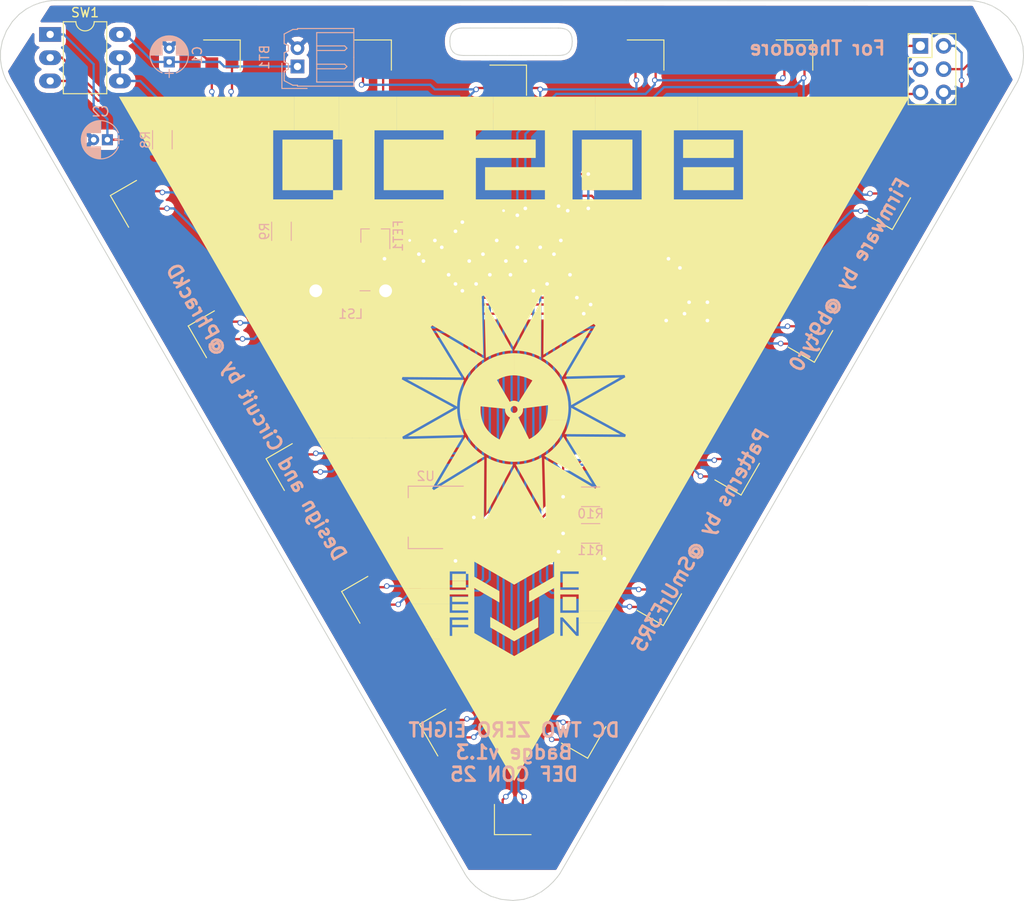
<source format=kicad_pcb>
(kicad_pcb (version 4) (host pcbnew 4.0.7-e2-6376~58~ubuntu16.04.1)
  (title_block (title "DC25 Geiger Badge") (date 2017-11-19) (rev 1.3) (company DC208))
  (layers (0 F.Cu signal) (31 B.Cu signal) (34 B.Paste user) (35 F.Paste user) (36 B.SilkS user) (37 F.SilkS user hide) (38 B.Mask user) (39 F.Mask user) (44 Edge.Cuts user))
  (net 0 "")
  (net 1 "Net-(BT1-Pad1)")
  (net 2 /GND)
  (net 3 "Net-(D1-Pad1)")
  (net 4 "Net-(D1-Pad2)")
  (net 5 "Net-(D10-Pad2)")
  (net 6 "Net-(FET1-Pad1)")
  (net 7 /MISO)
  (net 8 /SCK)
  (net 9 /MOSI)
  (net 10 /RESET)
  (net 11 "Net-(R8-Pad1)")
  (net 12 "Net-(R10-Pad1)")
  (net 13 "Net-(R11-Pad1)")
  (net 14 "Net-(D10-Pad1)")
  (net 15 /Power)
  (net 16 /PatternSelect)
  (net 17 /GiegerCounter)
  (net 18 "Net-(D14-Pad1)")
  (net 19 "Net-(D11-Pad1)")
  (net 20 "Net-(D11-Pad2)")
  (net 21 "Net-(FET1-Pad3)")
  (net 22 "Net-(R10-Pad2)")
  (module customfootprints:VIA_0.6mm (layer F.Cu) (at 145.7 76.066)
    (fp_text reference REF** hide)
    (fp_text value VIA_0.6mm hide)
    (pad 1 thru_hole circle (at 0 0) (size 0.6 0.6) (drill 0.3) (layers *.Cu) (net 2 /GND))
  )
  (module customfootprints:VIA_0.6mm (layer F.Cu) (at 135.45 79.316)
    (fp_text reference REF** hide)
    (fp_text value VIA_0.6mm hide)
    (pad 1 thru_hole circle (at 0 0) (size 0.6 0.6) (drill 0.3) (layers *.Cu) (net 2 /GND))
  )
  (module customfootprints:LED_SMD_3225-4pin_3.2x2.5mm (layer F.Cu) (at 146.7 142.566)
    (fp_text reference D9 hide)
    (fp_text value APB3025EYC-F01 hide)
    (pad 1 smd rect (at -1.1 0.85) (size 1.4 1.2) (layers F.Cu F.Paste F.Mask) (net 18 "Net-(D14-Pad1)"))
    (pad 3 smd rect (at 1.1 0.85) (size 1.4 1.2) (layers F.Cu F.Paste F.Mask) (net 19 "Net-(D11-Pad1)"))
    (pad 4 smd rect (at 1.1 -0.85) (size 1.4 1.2) (layers F.Cu F.Paste F.Mask) (net 18 "Net-(D14-Pad1)"))
    (pad 2 smd rect (at -1.1 -0.85) (size 1.4 1.2) (layers F.Cu F.Paste F.Mask) (net 19 "Net-(D11-Pad1)"))
  )
  (module customfootprints:LED_SMD_3225-4pin_3.2x2.5mm (layer F.Cu) (at 171.2 104.566 60)
    (fp_text reference D6 hide)
    (fp_text value APB3025EYC-F01 hide)
    (pad 1 smd rect (at -1.1 0.85 60) (size 1.4 1.2) (layers F.Cu F.Paste F.Mask) (net 5 "Net-(D10-Pad2)"))
    (pad 3 smd rect (at 1.1 0.85 60) (size 1.4 1.2) (layers F.Cu F.Paste F.Mask) (net 20 "Net-(D11-Pad2)"))
    (pad 4 smd rect (at 1.1 -0.85 60) (size 1.4 1.2) (layers F.Cu F.Paste F.Mask) (net 5 "Net-(D10-Pad2)"))
    (pad 2 smd rect (at -1.1 -0.85 60) (size 1.4 1.2) (layers F.Cu F.Paste F.Mask) (net 20 "Net-(D11-Pad2)"))
  )
  (module customfootprints:LED_SMD_3225-4pin_3.2x2.5mm (layer F.Cu) (at 162.7 118.816 60)
    (fp_text reference D7 hide)
    (fp_text value APB3025EYC-F01 hide)
    (pad 1 smd rect (at -1.1 0.85 60) (size 1.4 1.2) (layers F.Cu F.Paste F.Mask) (net 3 "Net-(D1-Pad1)"))
    (pad 3 smd rect (at 1.1 0.85 60) (size 1.4 1.2) (layers F.Cu F.Paste F.Mask) (net 18 "Net-(D14-Pad1)"))
    (pad 4 smd rect (at 1.1 -0.85 60) (size 1.4 1.2) (layers F.Cu F.Paste F.Mask) (net 3 "Net-(D1-Pad1)"))
    (pad 2 smd rect (at -1.1 -0.85 60) (size 1.4 1.2) (layers F.Cu F.Paste F.Mask) (net 18 "Net-(D14-Pad1)"))
  )
  (module customfootprints:LED_SMD_3225-4pin_3.2x2.5mm (layer F.Cu) (at 130.45 118.566 300)
    (fp_text reference D11 hide)
    (fp_text value APB3025EYC-F01 hide)
    (pad 1 smd rect (at -1.1 0.85 300) (size 1.4 1.2) (layers F.Cu F.Paste F.Mask) (net 19 "Net-(D11-Pad1)"))
    (pad 3 smd rect (at 1.1 0.85 300) (size 1.4 1.2) (layers F.Cu F.Paste F.Mask) (net 20 "Net-(D11-Pad2)"))
    (pad 4 smd rect (at 1.1 -0.85 300) (size 1.4 1.2) (layers F.Cu F.Paste F.Mask) (net 19 "Net-(D11-Pad1)"))
    (pad 2 smd rect (at -1.1 -0.85 300) (size 1.4 1.2) (layers F.Cu F.Paste F.Mask) (net 20 "Net-(D11-Pad2)"))
  )
  (module customfootprints:LED_SMD_3225-4pin_3.2x2.5mm (layer F.Cu) (at 105.2 75.316 300)
    (fp_text reference D14 hide)
    (fp_text value APB3025EYC-F01 hide)
    (pad 1 smd rect (at -1.1 0.85 300) (size 1.4 1.2) (layers F.Cu F.Paste F.Mask) (net 18 "Net-(D14-Pad1)"))
    (pad 3 smd rect (at 1.1 0.85 300) (size 1.4 1.2) (layers F.Cu F.Paste F.Mask) (net 5 "Net-(D10-Pad2)"))
    (pad 4 smd rect (at 1.1 -0.85 300) (size 1.4 1.2) (layers F.Cu F.Paste F.Mask) (net 18 "Net-(D14-Pad1)"))
    (pad 2 smd rect (at -1.1 -0.85 300) (size 1.4 1.2) (layers F.Cu F.Paste F.Mask) (net 5 "Net-(D10-Pad2)"))
  )
  (module customfootprints:LED_SMD_3225-4pin_3.2x2.5mm (layer F.Cu) (at 131.45 59.066 180)
    (fp_text reference D16 hide)
    (fp_text value APB3025EYC-F01 hide)
    (pad 1 smd rect (at -1.1 0.85 180) (size 1.4 1.2) (layers F.Cu F.Paste F.Mask) (net 3 "Net-(D1-Pad1)"))
    (pad 3 smd rect (at 1.1 0.85 180) (size 1.4 1.2) (layers F.Cu F.Paste F.Mask) (net 19 "Net-(D11-Pad1)"))
    (pad 4 smd rect (at 1.1 -0.85 180) (size 1.4 1.2) (layers F.Cu F.Paste F.Mask) (net 3 "Net-(D1-Pad1)"))
    (pad 2 smd rect (at -1.1 -0.85 180) (size 1.4 1.2) (layers F.Cu F.Paste F.Mask) (net 19 "Net-(D11-Pad1)"))
  )
  (module Connectors_Molex:Molex_MicroLatch-53254-0270_02x2.00mm_Angled (layer B.Cu) (at 123.2 60.316 90)
    (fp_text reference BT1 (at 1 -3.6 90) (layer B.SilkS) (effects (justify mirror)))
    (fp_text value Battery_Cell)
    (pad 1 thru_hole rect (at 0 0 90) (size 1.5 1.5) (drill 0.8) (layers *.Cu *.Mask) (net 1 "Net-(BT1-Pad1)"))
    (pad 2 thru_hole circle (at 2 0 90) (size 1.5 1.5) (drill 0.8) (layers *.Cu *.Mask) (net 2 /GND))
  )
  (module customfootprints:LED_SMD_3225-4pin_3.2x2.5mm (layer F.Cu) (at 146.2 61.816 180)
    (fp_text reference D1 hide)
    (fp_text value APB3025EYC-F01 hide)
    (pad 1 smd rect (at -1.1 0.85 180) (size 1.4 1.2) (layers F.Cu F.Paste F.Mask) (net 3 "Net-(D1-Pad1)"))
    (pad 3 smd rect (at 1.1 0.85 180) (size 1.4 1.2) (layers F.Cu F.Paste F.Mask) (net 4 "Net-(D1-Pad2)"))
    (pad 4 smd rect (at 1.1 -0.85 180) (size 1.4 1.2) (layers F.Cu F.Paste F.Mask) (net 3 "Net-(D1-Pad1)"))
    (pad 2 smd rect (at -1.1 -0.85 180) (size 1.4 1.2) (layers F.Cu F.Paste F.Mask) (net 4 "Net-(D1-Pad2)"))
  )
  (module customfootprints:LED_SMD_3225-4pin_3.2x2.5mm (layer F.Cu) (at 161.2 59.066 180)
    (fp_text reference D2 hide)
    (fp_text value APB3025EYC-F01 hide)
    (pad 1 smd rect (at -1.1 0.85 180) (size 1.4 1.2) (layers F.Cu F.Paste F.Mask) (net 4 "Net-(D1-Pad2)"))
    (pad 3 smd rect (at 1.1 0.85 180) (size 1.4 1.2) (layers F.Cu F.Paste F.Mask) (net 18 "Net-(D14-Pad1)"))
    (pad 4 smd rect (at 1.1 -0.85 180) (size 1.4 1.2) (layers F.Cu F.Paste F.Mask) (net 4 "Net-(D1-Pad2)"))
    (pad 2 smd rect (at -1.1 -0.85 180) (size 1.4 1.2) (layers F.Cu F.Paste F.Mask) (net 18 "Net-(D14-Pad1)"))
  )
  (module customfootprints:LED_SMD_3225-4pin_3.2x2.5mm (layer F.Cu) (at 177.45 59.066 180)
    (fp_text reference D3 hide)
    (fp_text value APB3025EYC-F01 hide)
    (pad 1 smd rect (at -1.1 0.85 180) (size 1.4 1.2) (layers F.Cu F.Paste F.Mask) (net 18 "Net-(D14-Pad1)"))
    (pad 3 smd rect (at 1.1 0.85 180) (size 1.4 1.2) (layers F.Cu F.Paste F.Mask) (net 14 "Net-(D10-Pad1)"))
    (pad 4 smd rect (at 1.1 -0.85 180) (size 1.4 1.2) (layers F.Cu F.Paste F.Mask) (net 18 "Net-(D14-Pad1)"))
    (pad 2 smd rect (at -1.1 -0.85 180) (size 1.4 1.2) (layers F.Cu F.Paste F.Mask) (net 14 "Net-(D10-Pad1)"))
  )
  (module customfootprints:LED_SMD_3225-4pin_3.2x2.5mm (layer F.Cu) (at 187.7 75.566 60)
    (fp_text reference D4 hide)
    (fp_text value APB3025EYC-F01 hide)
    (pad 1 smd rect (at -1.1 0.85 60) (size 1.4 1.2) (layers F.Cu F.Paste F.Mask) (net 14 "Net-(D10-Pad1)"))
    (pad 3 smd rect (at 1.1 0.85 60) (size 1.4 1.2) (layers F.Cu F.Paste F.Mask) (net 19 "Net-(D11-Pad1)"))
    (pad 4 smd rect (at 1.1 -0.85 60) (size 1.4 1.2) (layers F.Cu F.Paste F.Mask) (net 14 "Net-(D10-Pad1)"))
    (pad 2 smd rect (at -1.1 -0.85 60) (size 1.4 1.2) (layers F.Cu F.Paste F.Mask) (net 19 "Net-(D11-Pad1)"))
  )
  (module customfootprints:LED_SMD_3225-4pin_3.2x2.5mm (layer F.Cu) (at 179.2 90.066 60)
    (fp_text reference D5 hide)
    (fp_text value APB3025EYC-F01 hide)
    (pad 1 smd rect (at -1.1 0.85 60) (size 1.4 1.2) (layers F.Cu F.Paste F.Mask) (net 19 "Net-(D11-Pad1)"))
    (pad 3 smd rect (at 1.1 0.85 60) (size 1.4 1.2) (layers F.Cu F.Paste F.Mask) (net 5 "Net-(D10-Pad2)"))
    (pad 4 smd rect (at 1.1 -0.85 60) (size 1.4 1.2) (layers F.Cu F.Paste F.Mask) (net 19 "Net-(D11-Pad1)"))
    (pad 2 smd rect (at -1.1 -0.85 60) (size 1.4 1.2) (layers F.Cu F.Paste F.Mask) (net 5 "Net-(D10-Pad2)"))
  )
  (module customfootprints:LED_SMD_3225-4pin_3.2x2.5mm (layer F.Cu) (at 154.45 133.316 60)
    (fp_text reference D8 hide)
    (fp_text value APB3025EYC-F01 hide)
    (pad 1 smd rect (at -1.1 0.85 60) (size 1.4 1.2) (layers F.Cu F.Paste F.Mask) (net 4 "Net-(D1-Pad2)"))
    (pad 3 smd rect (at 1.1 0.85 60) (size 1.4 1.2) (layers F.Cu F.Paste F.Mask) (net 14 "Net-(D10-Pad1)"))
    (pad 4 smd rect (at 1.1 -0.85 60) (size 1.4 1.2) (layers F.Cu F.Paste F.Mask) (net 4 "Net-(D1-Pad2)"))
    (pad 2 smd rect (at -1.1 -0.85 60) (size 1.4 1.2) (layers F.Cu F.Paste F.Mask) (net 14 "Net-(D10-Pad1)"))
  )
  (module customfootprints:LED_SMD_3225-4pin_3.2x2.5mm (layer F.Cu) (at 138.95 133.066 300)
    (fp_text reference D10 hide)
    (fp_text value APB3025EYC-F01 hide)
    (pad 1 smd rect (at -1.1 0.85 300) (size 1.4 1.2) (layers F.Cu F.Paste F.Mask) (net 14 "Net-(D10-Pad1)"))
    (pad 3 smd rect (at 1.1 0.85 300) (size 1.4 1.2) (layers F.Cu F.Paste F.Mask) (net 5 "Net-(D10-Pad2)"))
    (pad 4 smd rect (at 1.1 -0.85 300) (size 1.4 1.2) (layers F.Cu F.Paste F.Mask) (net 14 "Net-(D10-Pad1)"))
    (pad 2 smd rect (at -1.1 -0.85 300) (size 1.4 1.2) (layers F.Cu F.Paste F.Mask) (net 5 "Net-(D10-Pad2)"))
  )
  (module customfootprints:LED_SMD_3225-4pin_3.2x2.5mm (layer F.Cu) (at 122.2 104.066 300)
    (fp_text reference D12 hide)
    (fp_text value APB3025EYC-F01 hide)
    (pad 1 smd rect (at -1.1 0.85 300) (size 1.4 1.2) (layers F.Cu F.Paste F.Mask) (net 3 "Net-(D1-Pad1)"))
    (pad 3 smd rect (at 1.1 0.85 300) (size 1.4 1.2) (layers F.Cu F.Paste F.Mask) (net 14 "Net-(D10-Pad1)"))
    (pad 4 smd rect (at 1.1 -0.85 300) (size 1.4 1.2) (layers F.Cu F.Paste F.Mask) (net 3 "Net-(D1-Pad1)"))
    (pad 2 smd rect (at -1.1 -0.85 300) (size 1.4 1.2) (layers F.Cu F.Paste F.Mask) (net 14 "Net-(D10-Pad1)"))
  )
  (module customfootprints:LED_SMD_3225-4pin_3.2x2.5mm (layer F.Cu) (at 113.7 89.566 300)
    (fp_text reference D13 hide)
    (fp_text value APB3025EYC-F01 hide)
    (pad 1 smd rect (at -1.1 0.85 300) (size 1.4 1.2) (layers F.Cu F.Paste F.Mask) (net 4 "Net-(D1-Pad2)"))
    (pad 3 smd rect (at 1.1 0.85 300) (size 1.4 1.2) (layers F.Cu F.Paste F.Mask) (net 19 "Net-(D11-Pad1)"))
    (pad 4 smd rect (at 1.1 -0.85 300) (size 1.4 1.2) (layers F.Cu F.Paste F.Mask) (net 4 "Net-(D1-Pad2)"))
    (pad 2 smd rect (at -1.1 -0.85 300) (size 1.4 1.2) (layers F.Cu F.Paste F.Mask) (net 19 "Net-(D11-Pad1)"))
  )
  (module customfootprints:LED_SMD_3225-4pin_3.2x2.5mm (layer F.Cu) (at 114.95 59.066 180)
    (fp_text reference D15 hide)
    (fp_text value APB3025EYC-F01 hide)
    (pad 1 smd rect (at -1.1 0.85 180) (size 1.4 1.2) (layers F.Cu F.Paste F.Mask) (net 14 "Net-(D10-Pad1)"))
    (pad 3 smd rect (at 1.1 0.85 180) (size 1.4 1.2) (layers F.Cu F.Paste F.Mask) (net 20 "Net-(D11-Pad2)"))
    (pad 4 smd rect (at 1.1 -0.85 180) (size 1.4 1.2) (layers F.Cu F.Paste F.Mask) (net 14 "Net-(D10-Pad1)"))
    (pad 2 smd rect (at -1.1 -0.85 180) (size 1.4 1.2) (layers F.Cu F.Paste F.Mask) (net 20 "Net-(D11-Pad2)"))
  )
  (module TO_SOT_Packages_SMD:SOT-23 (layer B.Cu) (at 131.7 78.816 90)
    (fp_text reference FET1 (at 0 2.5 90) (layer B.SilkS) (effects (justify mirror)))
    (fp_text value BSS316NH6327XT hide)
    (pad 1 smd rect (at -1 0.95 90) (size 0.9 0.8) (layers B.Cu B.Paste B.Mask) (net 6 "Net-(FET1-Pad1)"))
    (pad 2 smd rect (at -1 -0.95 90) (size 0.9 0.8) (layers B.Cu B.Paste B.Mask) (net 2 /GND))
    (pad 3 smd rect (at 1 0 90) (size 0.9 0.8) (layers B.Cu B.Paste B.Mask) (net 21 "Net-(FET1-Pad3)"))
  )
  (module Pin_Headers:Pin_Header_Straight_2x03_Pitch2.54mm (layer F.Cu) (at 191.2 58.066)
    (fp_text reference J1 hide)
    (fp_text value CONN_02X03 hide)
    (pad 1 thru_hole rect (at 0 0) (size 1.7 1.7) (drill 1) (layers *.Cu *.Mask) (net 7 /MISO))
    (pad 2 thru_hole oval (at 2.54 0) (size 1.7 1.7) (drill 1) (layers *.Cu *.Mask) (net 15 /Power))
    (pad 3 thru_hole oval (at 0 2.54) (size 1.7 1.7) (drill 1) (layers *.Cu *.Mask) (net 8 /SCK))
    (pad 4 thru_hole oval (at 2.54 2.54) (size 1.7 1.7) (drill 1) (layers *.Cu *.Mask) (net 9 /MOSI))
    (pad 5 thru_hole oval (at 0 5.08) (size 1.7 1.7) (drill 1) (layers *.Cu *.Mask) (net 10 /RESET))
    (pad 6 thru_hole oval (at 2.54 5.08) (size 1.7 1.7) (drill 1) (layers *.Cu *.Mask) (net 2 /GND))
  )
  (module Resistors_SMD:R_1206 (layer B.Cu) (at 108.45 68.316 270)
    (fp_text reference R8 (at 0 1.85 270) (layer B.SilkS) (effects (justify mirror)))
    (fp_text value ERJ-8GEYJ103V hide)
    (pad 1 smd rect (at -1.45 0 270) (size 0.9 1.7) (layers B.Cu B.Paste B.Mask) (net 11 "Net-(R8-Pad1)"))
    (pad 2 smd rect (at 1.45 0 270) (size 0.9 1.7) (layers B.Cu B.Paste B.Mask) (net 2 /GND))
  )
  (module Resistors_SMD:R_1206 (layer B.Cu) (at 121.45 78.316 270)
    (fp_text reference R9 (at 0 1.85 270) (layer B.SilkS) (effects (justify mirror)))
    (fp_text value ERJ-8GEYJ103V hide)
    (pad 1 smd rect (at -1.45 0 270) (size 0.9 1.7) (layers B.Cu B.Paste B.Mask) (net 2 /GND))
    (pad 2 smd rect (at 1.45 0 270) (size 0.9 1.7) (layers B.Cu B.Paste B.Mask) (net 6 "Net-(FET1-Pad1)"))
  )
  (module Housings_DIP:DIP-6_W7.62mm_LongPads (layer F.Cu) (at 96.2 56.816)
    (fp_text reference SW1 (at 3.81 -2.39) (layer F.SilkS))
    (fp_text value SW_DIP_x03 hide)
    (pad 1 thru_hole rect (at 0 0) (size 2.4 1.6) (drill 0.8) (layers *.Cu *.Mask) (net 15 /Power))
    (pad 4 thru_hole oval (at 7.62 5.08) (size 2.4 1.6) (drill 0.8) (layers *.Cu *.Mask) (net 11 "Net-(R8-Pad1)"))
    (pad 2 thru_hole oval (at 0 2.54) (size 2.4 1.6) (drill 0.8) (layers *.Cu *.Mask) (net 16 /PatternSelect))
    (pad 5 thru_hole oval (at 7.62 2.54) (size 2.4 1.6) (drill 0.8) (layers *.Cu *.Mask) (net 11 "Net-(R8-Pad1)"))
    (pad 3 thru_hole oval (at 0 5.08) (size 2.4 1.6) (drill 0.8) (layers *.Cu *.Mask) (net 17 /GiegerCounter))
    (pad 6 thru_hole oval (at 7.62 0) (size 2.4 1.6) (drill 0.8) (layers *.Cu *.Mask) (net 1 "Net-(BT1-Pad1)"))
  )
  (module Housings_DFN_QFN:QFN-20-1EP_4x4mm_Pitch0.5mm (layer F.Cu) (at 162.2 84.816)
    (fp_text reference U1 hide)
    (fp_text value ATTINY1634-MU hide)
    (pad 1 smd rect (at -1.965 -1) (size 0.73 0.3) (layers F.Cu F.Paste F.Mask) (net 20 "Net-(D11-Pad2)"))
    (pad 2 smd rect (at -1.965 -0.5) (size 0.73 0.3) (layers F.Cu F.Paste F.Mask) (net 5 "Net-(D10-Pad2)"))
    (pad 3 smd rect (at -1.965 0) (size 0.73 0.3) (layers F.Cu F.Paste F.Mask) (net 19 "Net-(D11-Pad1)"))
    (pad 4 smd rect (at -1.965 0.5) (size 0.73 0.3) (layers F.Cu F.Paste F.Mask) (net 14 "Net-(D10-Pad1)"))
    (pad 5 smd rect (at -1.965 1) (size 0.73 0.3) (layers F.Cu F.Paste F.Mask) (net 18 "Net-(D14-Pad1)"))
    (pad 6 smd rect (at -1 1.965 90) (size 0.73 0.3) (layers F.Cu F.Paste F.Mask) (net 4 "Net-(D1-Pad2)"))
    (pad 7 smd rect (at -0.5 1.965 90) (size 0.73 0.3) (layers F.Cu F.Paste F.Mask) (net 3 "Net-(D1-Pad1)"))
    (pad 8 smd rect (at 0 1.965 90) (size 0.73 0.3) (layers F.Cu F.Paste F.Mask) (net 2 /GND))
    (pad 9 smd rect (at 0.5 1.965 90) (size 0.73 0.3) (layers F.Cu F.Paste F.Mask) (net 15 /Power))
    (pad 10 smd rect (at 1 1.965 90) (size 0.73 0.3) (layers F.Cu F.Paste F.Mask) (net 12 "Net-(R10-Pad1)"))
    (pad 11 smd rect (at 1.965 1) (size 0.73 0.3) (layers F.Cu F.Paste F.Mask) (net 13 "Net-(R11-Pad1)"))
    (pad 12 smd rect (at 1.965 0.5) (size 0.73 0.3) (layers F.Cu F.Paste F.Mask) (net 10 /RESET))
    (pad 13 smd rect (at 1.965 0) (size 0.73 0.3) (layers F.Cu F.Paste F.Mask))
    (pad 14 smd rect (at 1.965 -0.5) (size 0.73 0.3) (layers F.Cu F.Paste F.Mask) (net 8 /SCK))
    (pad 15 smd rect (at 1.965 -1) (size 0.73 0.3) (layers F.Cu F.Paste F.Mask) (net 6 "Net-(FET1-Pad1)"))
    (pad 16 smd rect (at 1 -1.965 90) (size 0.73 0.3) (layers F.Cu F.Paste F.Mask) (net 17 /GiegerCounter))
    (pad 17 smd rect (at 0.5 -1.965 90) (size 0.73 0.3) (layers F.Cu F.Paste F.Mask) (net 7 /MISO))
    (pad 18 smd rect (at 0 -1.965 90) (size 0.73 0.3) (layers F.Cu F.Paste F.Mask) (net 9 /MOSI))
    (pad 19 smd rect (at -0.5 -1.965 90) (size 0.73 0.3) (layers F.Cu F.Paste F.Mask) (net 16 /PatternSelect))
    (pad 20 smd rect (at -1 -1.965 90) (size 0.73 0.3) (layers F.Cu F.Paste F.Mask))
    (pad 21 smd rect (at 0.625 0.625) (size 1.25 1.25) (layers F.Cu F.Paste F.Mask))
    (pad 21 smd rect (at 0.625 -0.625) (size 1.25 1.25) (layers F.Cu F.Paste F.Mask))
    (pad 21 smd rect (at -0.625 0.625) (size 1.25 1.25) (layers F.Cu F.Paste F.Mask))
    (pad 21 smd rect (at -0.625 -0.625) (size 1.25 1.25) (layers F.Cu F.Paste F.Mask))
  )
  (module TO_SOT_Packages_SMD:SOT-223 (layer B.Cu) (at 137.2 109.566 180)
    (fp_text reference U2 (at 0 4.5 180) (layer B.SilkS) (effects (justify mirror)))
    (fp_text value LD1117S33CTR hide)
    (pad 4 smd rect (at 3.15 0 180) (size 2 3.8) (layers B.Cu B.Paste B.Mask))
    (pad 2 smd rect (at -3.15 0 180) (size 2 1.5) (layers B.Cu B.Paste B.Mask) (net 22 "Net-(R10-Pad2)"))
    (pad 3 smd rect (at -3.15 -2.3 180) (size 2 1.5) (layers B.Cu B.Paste B.Mask) (net 15 /Power))
    (pad 1 smd rect (at -3.15 2.3 180) (size 2 1.5) (layers B.Cu B.Paste B.Mask) (net 2 /GND))
  )
  (module customfootprints:QFN-10-SI1132 (layer F.Cu) (at 146.95 112.566)
    (fp_text reference U3 (at 0 0.6) (layer F.SilkS) (effects (font (size 0.2 0.2) (thickness 0.05))))
    (fp_text value SI1132)
    (pad 1 smd rect (at -0.95 -0.75) (size 0.8 0.3) (layers F.Cu F.Paste F.Mask) (net 13 "Net-(R11-Pad1)"))
    (pad 2 smd rect (at -0.95 -0.25) (size 0.8 0.3) (layers F.Cu F.Paste F.Mask) (net 12 "Net-(R10-Pad1)"))
    (pad 3 smd rect (at -0.95 0.25) (size 0.8 0.3) (layers F.Cu F.Paste F.Mask) (net 22 "Net-(R10-Pad2)"))
    (pad 4 smd rect (at -0.95 0.75) (size 0.8 0.3) (layers F.Cu F.Paste F.Mask))
    (pad 5 smd rect (at 0 0.95) (size 0.3 0.8) (layers F.Cu F.Paste F.Mask))
    (pad 6 smd rect (at 0.95 0.75) (size 0.8 0.3) (layers F.Cu F.Paste F.Mask) (net 22 "Net-(R10-Pad2)"))
    (pad 7 smd rect (at 0.95 0.25) (size 0.8 0.3) (layers F.Cu F.Paste F.Mask) (net 22 "Net-(R10-Pad2)"))
    (pad 8 smd rect (at 0.95 -0.25) (size 0.8 0.3) (layers F.Cu F.Paste F.Mask) (net 2 /GND))
    (pad 9 smd rect (at 0.95 -0.75) (size 0.8 0.3) (layers F.Cu F.Paste F.Mask) (net 22 "Net-(R10-Pad2)"))
    (pad 10 smd rect (at 0 -0.95) (size 0.3 0.8) (layers F.Cu F.Paste F.Mask))
  )
  (module customfootprints:SPK1 (layer B.Cu) (at 125.2 84.816)
    (fp_text reference LS1 (at 3.81 2.54) (layer B.SilkS) (effects (justify mirror)))
    (fp_text value CVS-1508 hide)
    (pad 1 thru_hole rect (at 0 0) (size 2.8 2.8) (drill 1.4) (layers *.Cu *.Mask) (net 15 /Power))
    (pad 2 thru_hole oval (at 7.62 0) (size 2.8 2.8) (drill 1.4) (layers *.Cu *.Mask) (net 21 "Net-(FET1-Pad3)"))
  )
  (module Resistors_SMD:R_1206 (layer B.Cu) (at 155.2 107.316)
    (fp_text reference R10 (at 0 1.85) (layer B.SilkS) (effects (justify mirror)))
    (fp_text value ERJ-8GEYJ103V hide)
    (pad 1 smd rect (at -1.45 0) (size 0.9 1.7) (layers B.Cu B.Paste B.Mask) (net 12 "Net-(R10-Pad1)"))
    (pad 2 smd rect (at 1.45 0) (size 0.9 1.7) (layers B.Cu B.Paste B.Mask) (net 22 "Net-(R10-Pad2)"))
  )
  (module Resistors_SMD:R_1206 (layer B.Cu) (at 155.2 111.316)
    (fp_text reference R11 (at 0 1.85) (layer B.SilkS) (effects (justify mirror)))
    (fp_text value ERJ-8GEYJ103V hide)
    (pad 1 smd rect (at -1.45 0) (size 0.9 1.7) (layers B.Cu B.Paste B.Mask) (net 13 "Net-(R11-Pad1)"))
    (pad 2 smd rect (at 1.45 0) (size 0.9 1.7) (layers B.Cu B.Paste B.Mask) (net 22 "Net-(R10-Pad2)"))
  )
  (module Capacitors_THT:CP_Radial_D4.0mm_P1.50mm (layer B.Cu) (at 109.2 59.816 90)
    (fp_text reference C1 (at 0.75 3.06 90) (layer B.SilkS) (effects (justify mirror)))
    (fp_text value 106RSS016M hide)
    (pad 1 thru_hole rect (at 0 0 90) (size 1.2 1.2) (drill 0.6) (layers *.Cu *.Mask) (net 1 "Net-(BT1-Pad1)"))
    (pad 2 thru_hole circle (at 1.5 0 90) (size 1.2 1.2) (drill 0.6) (layers *.Cu *.Mask) (net 2 /GND))
  )
  (module Capacitors_THT:CP_Radial_D4.0mm_P1.50mm (layer B.Cu) (at 102.45 68.316 180)
    (fp_text reference C2 (at 0.75 3.06 180) (layer B.SilkS) (effects (justify mirror)))
    (fp_text value 106RSS016M hide)
    (pad 1 thru_hole rect (at 0 0 180) (size 1.2 1.2) (drill 0.6) (layers *.Cu *.Mask) (net 15 /Power))
    (pad 2 thru_hole circle (at 1.5 0 180) (size 1.2 1.2) (drill 0.6) (layers *.Cu *.Mask) (net 2 /GND))
  )
  (module customfootprints:dc208SilkScreen (layer F.Cu) (at 146.86 100.986)
    (fp_text reference svg2mod hide)
    (fp_text value G*** hide)
  )
  (gr_text "For Theodore" (at 179.95 58.316) (layer B.SilkS) (effects (font (size 1.5 1.5) (thickness 0.3)) (justify mirror)))
  (gr_text "Patterns by @SmUrF3R5" (at 167.2 112.066 60) (layer B.SilkS) (effects (font (size 1.5 1.5) (thickness 0.3)) (justify mirror)))
  (gr_text "Firmware by @b9tyr0" (at 183.45 83.066 60) (layer B.SilkS) (effects (font (size 1.5 1.5) (thickness 0.3)) (justify mirror)))
  (gr_text "Design and Circuit by @PhrackD" (at 118.7 98.066 300) (layer B.SilkS) (effects (font (size 1.5 1.5) (thickness 0.3)) (justify mirror)))
  (gr_line (start 151.682869 56.122459) (end 151.682868 56.122393) (layer Edge.Cuts) (width 0.1))
  (gr_line (start 151.682869 56.122519) (end 151.682869 56.122459) (layer Edge.Cuts) (width 0.1))
  (gr_line (start 151.682869 56.122579) (end 151.682869 56.122519) (layer Edge.Cuts) (width 0.1))
  (gr_line (start 151.682869 56.122639) (end 151.682869 56.122579) (layer Edge.Cuts) (width 0.1))
  (gr_line (start 151.682869 56.122699) (end 151.682869 56.122639) (layer Edge.Cuts) (width 0.1))
  (gr_line (start 151.682869 56.122759) (end 151.682869 56.122699) (layer Edge.Cuts) (width 0.1))
  (gr_line (start 151.682869 56.122819) (end 151.682869 56.122759) (layer Edge.Cuts) (width 0.1))
  (gr_line (start 151.682869 56.122879) (end 151.682869 56.122819) (layer Edge.Cuts) (width 0.1))
  (gr_line (start 150.819038 56.120899) (end 151.682869 56.122879) (layer Edge.Cuts) (width 0.1))
  (gr_line (start 149.549498 56.119409) (end 150.819038 56.120899) (layer Edge.Cuts) (width 0.1))
  (gr_line (start 148.015505 56.118339) (end 149.549498 56.119409) (layer Edge.Cuts) (width 0.1))
  (gr_line (start 146.358317 56.117624) (end 148.015505 56.118339) (layer Edge.Cuts) (width 0.1))
  (gr_line (start 144.719192 56.117191) (end 146.358317 56.117624) (layer Edge.Cuts) (width 0.1))
  (gr_line (start 143.239386 56.116968) (end 144.719192 56.117191) (layer Edge.Cuts) (width 0.1))
  (gr_line (start 142.060158 56.116886) (end 143.239386 56.116968) (layer Edge.Cuts) (width 0.1))
  (gr_line (start 141.322765 56.116874) (end 142.060158 56.116886) (layer Edge.Cuts) (width 0.1))
  (gr_line (start 141.120857 56.119704) (end 141.322765 56.116874) (layer Edge.Cuts) (width 0.1))
  (gr_line (start 140.886653 56.139806) (end 141.120857 56.119704) (layer Edge.Cuts) (width 0.1))
  (gr_line (start 140.63848 56.19442) (end 140.886653 56.139806) (layer Edge.Cuts) (width 0.1))
  (gr_line (start 140.394666 56.300788) (end 140.63848 56.19442) (layer Edge.Cuts) (width 0.1))
  (gr_line (start 140.173538 56.476153) (end 140.394666 56.300788) (layer Edge.Cuts) (width 0.1))
  (gr_line (start 139.993423 56.737755) (end 140.173538 56.476153) (layer Edge.Cuts) (width 0.1))
  (gr_line (start 139.872647 57.102838) (end 139.993423 56.737755) (layer Edge.Cuts) (width 0.1))
  (gr_line (start 139.829537 57.588643) (end 139.872647 57.102838) (layer Edge.Cuts) (width 0.1))
  (gr_line (start 139.876437 58.090547) (end 139.829537 57.588643) (layer Edge.Cuts) (width 0.1))
  (gr_line (start 140.000938 58.465976) (end 139.876437 58.090547) (layer Edge.Cuts) (width 0.1))
  (gr_line (start 140.184444 58.733604) (end 140.000938 58.465976) (layer Edge.Cuts) (width 0.1))
  (gr_line (start 140.408357 58.912103) (end 140.184444 58.733604) (layer Edge.Cuts) (width 0.1))
  (gr_line (start 140.654081 59.020148) (end 140.408357 58.912103) (layer Edge.Cuts) (width 0.1))
  (gr_line (start 140.903017 59.076411) (end 140.654081 59.020148) (layer Edge.Cuts) (width 0.1))
  (gr_line (start 141.136569 59.099565) (end 140.903017 59.076411) (layer Edge.Cuts) (width 0.1))
  (gr_line (start 141.336138 59.10829) (end 141.136569 59.099565) (layer Edge.Cuts) (width 0.1))
  (gr_line (start 141.336138 59.10879) (end 141.336138 59.10829) (layer Edge.Cuts) (width 0.1))
  (gr_line (start 141.336138 59.10929) (end 141.336138 59.10879) (layer Edge.Cuts) (width 0.1))
  (gr_line (start 141.336138 59.10979) (end 141.336138 59.10929) (layer Edge.Cuts) (width 0.1))
  (gr_line (start 141.336138 59.11029) (end 141.336138 59.10979) (layer Edge.Cuts) (width 0.1))
  (gr_line (start 141.336138 59.11079) (end 141.336138 59.11029) (layer Edge.Cuts) (width 0.1))
  (gr_line (start 141.336138 59.11129) (end 141.336138 59.11079) (layer Edge.Cuts) (width 0.1))
  (gr_line (start 141.336138 59.11179) (end 141.336138 59.11129) (layer Edge.Cuts) (width 0.1))
  (gr_line (start 141.336138 59.11229) (end 141.336138 59.11179) (layer Edge.Cuts) (width 0.1))
  (gr_line (start 142.519241 59.112372) (end 141.336138 59.11229) (layer Edge.Cuts) (width 0.1))
  (gr_line (start 143.747264 59.112571) (end 142.519241 59.112372) (layer Edge.Cuts) (width 0.1))
  (gr_line (start 145.013496 59.112817) (end 143.747264 59.112571) (layer Edge.Cuts) (width 0.1))
  (gr_line (start 146.311224 59.11304) (end 145.013496 59.112817) (layer Edge.Cuts) (width 0.1))
  (gr_line (start 147.633736 59.113168) (end 146.311224 59.11304) (layer Edge.Cuts) (width 0.1))
  (gr_line (start 148.974322 59.113133) (end 147.633736 59.113168) (layer Edge.Cuts) (width 0.1))
  (gr_line (start 150.326269 59.112864) (end 148.974322 59.113133) (layer Edge.Cuts) (width 0.1))
  (gr_line (start 151.682865 59.11229) (end 150.326269 59.112864) (layer Edge.Cuts) (width 0.1))
  (gr_line (start 151.8837 59.10478) (end 151.682865 59.11229) (layer Edge.Cuts) (width 0.1))
  (gr_line (start 152.119283 59.081772) (end 151.8837 59.10478) (layer Edge.Cuts) (width 0.1))
  (gr_line (start 152.370648 59.024807) (end 152.119283 59.081772) (layer Edge.Cuts) (width 0.1))
  (gr_line (start 152.618831 58.915428) (end 152.370648 59.024807) (layer Edge.Cuts) (width 0.1))
  (gr_line (start 152.844866 58.735181) (end 152.618831 58.915428) (layer Edge.Cuts) (width 0.1))
  (gr_line (start 153.029789 58.46561) (end 152.844866 58.735181) (layer Edge.Cuts) (width 0.1))
  (gr_line (start 153.154636 58.08826) (end 153.029789 58.46561) (layer Edge.Cuts) (width 0.1))
  (gr_line (start 153.200446 57.584676) (end 153.154636 58.08826) (layer Edge.Cuts) (width 0.1))
  (gr_line (start 153.154586 57.10093) (end 153.200446 57.584676) (layer Edge.Cuts) (width 0.1))
  (gr_line (start 153.029724 56.738971) (end 153.154586 57.10093) (layer Edge.Cuts) (width 0.1))
  (gr_line (start 152.844812 56.4809) (end 153.029724 56.738971) (layer Edge.Cuts) (width 0.1))
  (gr_line (start 152.618802 56.308818) (end 152.844812 56.4809) (layer Edge.Cuts) (width 0.1))
  (gr_line (start 152.370649 56.204825) (end 152.618802 56.308818) (layer Edge.Cuts) (width 0.1))
  (gr_line (start 152.119306 56.151023) (end 152.370649 56.204825) (layer Edge.Cuts) (width 0.1))
  (gr_line (start 151.883728 56.129513) (end 152.119306 56.151023) (layer Edge.Cuts) (width 0.1))
  (gr_line (start 151.682868 56.122393) (end 151.883728 56.129513) (layer Edge.Cuts) (width 0.1))
  (gr_line (start 96.686161 53.103938) (end 96.686162 53.103943) (layer Edge.Cuts) (width 0.1))
  (gr_line (start 96.686161 53.103931) (end 96.686161 53.103938) (layer Edge.Cuts) (width 0.1))
  (gr_line (start 96.686161 53.103925) (end 96.686161 53.103931) (layer Edge.Cuts) (width 0.1))
  (gr_line (start 96.686161 53.103919) (end 96.686161 53.103925) (layer Edge.Cuts) (width 0.1))
  (gr_line (start 96.686161 53.103913) (end 96.686161 53.103919) (layer Edge.Cuts) (width 0.1))
  (gr_line (start 96.686161 53.103906) (end 96.686161 53.103913) (layer Edge.Cuts) (width 0.1))
  (gr_line (start 96.686161 53.1039) (end 96.686161 53.103906) (layer Edge.Cuts) (width 0.1))
  (gr_line (start 96.686161 53.103894) (end 96.686161 53.1039) (layer Edge.Cuts) (width 0.1))
  (gr_line (start 96.700759 53.103207) (end 96.686161 53.103894) (layer Edge.Cuts) (width 0.1))
  (gr_line (start 96.734892 53.102935) (end 96.700759 53.103207) (layer Edge.Cuts) (width 0.1))
  (gr_line (start 96.774067 53.102976) (end 96.734892 53.102935) (layer Edge.Cuts) (width 0.1))
  (gr_line (start 96.803793 53.103233) (end 96.774067 53.102976) (layer Edge.Cuts) (width 0.1))
  (gr_line (start 96.821548 53.103605) (end 96.803793 53.103233) (layer Edge.Cuts) (width 0.1))
  (gr_line (start 96.834388 53.103994) (end 96.821548 53.103605) (layer Edge.Cuts) (width 0.1))
  (gr_line (start 96.842188 53.1043) (end 96.834388 53.103994) (layer Edge.Cuts) (width 0.1))
  (gr_line (start 96.844818 53.104424) (end 96.842188 53.1043) (layer Edge.Cuts) (width 0.1))
  (gr_line (start 109.289731 53.108499) (end 96.844818 53.104424) (layer Edge.Cuts) (width 0.1))
  (gr_line (start 121.734643 53.112574) (end 109.289731 53.108499) (layer Edge.Cuts) (width 0.1))
  (gr_line (start 134.179555 53.116649) (end 121.734643 53.112574) (layer Edge.Cuts) (width 0.1))
  (gr_line (start 146.624467 53.120724) (end 134.179555 53.116649) (layer Edge.Cuts) (width 0.1))
  (gr_line (start 159.069379 53.124799) (end 146.624467 53.120724) (layer Edge.Cuts) (width 0.1))
  (gr_line (start 171.514292 53.128874) (end 159.069379 53.124799) (layer Edge.Cuts) (width 0.1))
  (gr_line (start 183.959204 53.132949) (end 171.514292 53.128874) (layer Edge.Cuts) (width 0.1))
  (gr_line (start 196.404116 53.137024) (end 183.959204 53.132949) (layer Edge.Cuts) (width 0.1))
  (gr_line (start 196.540886 53.130767) (end 196.404116 53.137024) (layer Edge.Cuts) (width 0.1))
  (gr_line (start 196.918806 53.140423) (end 196.540886 53.130767) (layer Edge.Cuts) (width 0.1))
  (gr_line (start 197.489316 53.208631) (end 196.918806 53.140423) (layer Edge.Cuts) (width 0.1))
  (gr_line (start 198.203826 53.37803) (end 197.489316 53.208631) (layer Edge.Cuts) (width 0.1))
  (gr_line (start 199.013766 53.691258) (end 198.203826 53.37803) (layer Edge.Cuts) (width 0.1))
  (gr_line (start 199.870566 54.190956) (end 199.013766 53.691258) (layer Edge.Cuts) (width 0.1))
  (gr_line (start 200.725636 54.919761) (end 199.870566 54.190956) (layer Edge.Cuts) (width 0.1))
  (gr_line (start 201.530416 55.920313) (end 200.725636 54.919761) (layer Edge.Cuts) (width 0.1))
  (gr_line (start 202.102356 57.029133) (end 201.530416 55.920313) (layer Edge.Cuts) (width 0.1))
  (gr_line (start 202.393146 58.118054) (end 202.102356 57.029133) (layer Edge.Cuts) (width 0.1))
  (gr_line (start 202.465946 59.147642) (end 202.393146 58.118054) (layer Edge.Cuts) (width 0.1))
  (gr_line (start 202.383846 60.078462) (end 202.465946 59.147642) (layer Edge.Cuts) (width 0.1))
  (gr_line (start 202.210086 60.871079) (end 202.383846 60.078462) (layer Edge.Cuts) (width 0.1))
  (gr_line (start 202.007786 61.486058) (end 202.210086 60.871079) (layer Edge.Cuts) (width 0.1))
  (gr_line (start 201.840096 61.883965) (end 202.007786 61.486058) (layer Edge.Cuts) (width 0.1))
  (gr_line (start 201.770196 62.025363) (end 201.840096 61.883965) (layer Edge.Cuts) (width 0.1))
  (gr_line (start 195.535176 72.821993) (end 201.770196 62.025363) (layer Edge.Cuts) (width 0.1))
  (gr_line (start 189.300156 83.618623) (end 195.535176 72.821993) (layer Edge.Cuts) (width 0.1))
  (gr_line (start 183.065136 94.415253) (end 189.300156 83.618623) (layer Edge.Cuts) (width 0.1))
  (gr_line (start 176.830115 105.211883) (end 183.065136 94.415253) (layer Edge.Cuts) (width 0.1))
  (gr_line (start 170.595095 116.008513) (end 176.830115 105.211883) (layer Edge.Cuts) (width 0.1))
  (gr_line (start 164.360075 126.805143) (end 170.595095 116.008513) (layer Edge.Cuts) (width 0.1))
  (gr_line (start 158.125055 137.601773) (end 164.360075 126.805143) (layer Edge.Cuts) (width 0.1))
  (gr_line (start 151.890035 148.398403) (end 158.125055 137.601773) (layer Edge.Cuts) (width 0.1))
  (gr_line (start 151.804795 148.527957) (end 151.890035 148.398403) (layer Edge.Cuts) (width 0.1))
  (gr_line (start 151.551679 148.869484) (end 151.804795 148.527957) (layer Edge.Cuts) (width 0.1))
  (gr_line (start 151.134576 149.352279) (end 151.551679 148.869484) (layer Edge.Cuts) (width 0.1))
  (gr_line (start 150.557378 149.905638) (end 151.134576 149.352279) (layer Edge.Cuts) (width 0.1))
  (gr_line (start 149.823979 150.458856) (end 150.557378 149.905638) (layer Edge.Cuts) (width 0.1))
  (gr_line (start 148.938269 150.941229) (end 149.823979 150.458856) (layer Edge.Cuts) (width 0.1))
  (gr_line (start 147.904142 151.282053) (end 148.938269 150.941229) (layer Edge.Cuts) (width 0.1))
  (gr_line (start 146.72549 151.410623) (end 147.904142 151.282053) (layer Edge.Cuts) (width 0.1))
  (gr_line (start 145.408923 151.279865) (end 146.72549 151.410623) (layer Edge.Cuts) (width 0.1))
  (gr_line (start 144.296973 150.937099) (end 145.408923 151.279865) (layer Edge.Cuts) (width 0.1))
  (gr_line (start 143.380678 150.453043) (end 144.296973 150.937099) (layer Edge.Cuts) (width 0.1))
  (gr_line (start 142.651077 149.898417) (end 143.380678 150.453043) (layer Edge.Cuts) (width 0.1))
  (gr_line (start 142.099208 149.343938) (end 142.651077 149.898417) (layer Edge.Cuts) (width 0.1))
  (gr_line (start 141.716112 148.860325) (end 142.099208 149.343938) (layer Edge.Cuts) (width 0.1))
  (gr_line (start 141.492825 148.518298) (end 141.716112 148.860325) (layer Edge.Cuts) (width 0.1))
  (gr_line (start 141.420385 148.388573) (end 141.492825 148.518298) (layer Edge.Cuts) (width 0.1))
  (gr_line (start 135.188272 137.601506) (end 141.420385 148.388573) (layer Edge.Cuts) (width 0.1))
  (gr_line (start 128.956159 126.814438) (end 135.188272 137.601506) (layer Edge.Cuts) (width 0.1))
  (gr_line (start 122.724047 116.027371) (end 128.956159 126.814438) (layer Edge.Cuts) (width 0.1))
  (gr_line (start 116.491934 105.240303) (end 122.724047 116.027371) (layer Edge.Cuts) (width 0.1))
  (gr_line (start 110.259821 94.453236) (end 116.491934 105.240303) (layer Edge.Cuts) (width 0.1))
  (gr_line (start 104.027708 83.666168) (end 110.259821 94.453236) (layer Edge.Cuts) (width 0.1))
  (gr_line (start 97.795595 72.879101) (end 104.027708 83.666168) (layer Edge.Cuts) (width 0.1))
  (gr_line (start 91.563482 62.092033) (end 97.795595 72.879101) (layer Edge.Cuts) (width 0.1))
  (gr_line (start 91.492812 61.973309) (end 91.563482 62.092033) (layer Edge.Cuts) (width 0.1))
  (gr_line (start 91.319958 61.634373) (end 91.492812 61.973309) (layer Edge.Cuts) (width 0.1))
  (gr_line (start 91.103653 61.101079) (end 91.319958 61.634373) (layer Edge.Cuts) (width 0.1))
  (gr_line (start 90.902631 60.399283) (end 91.103653 61.101079) (layer Edge.Cuts) (width 0.1))
  (gr_line (start 90.775623 59.554839) (end 90.902631 60.399283) (layer Edge.Cuts) (width 0.1))
  (gr_line (start 90.781364 58.593601) (end 90.775623 59.554839) (layer Edge.Cuts) (width 0.1))
  (gr_line (start 90.978586 57.541424) (end 90.781364 58.593601) (layer Edge.Cuts) (width 0.1))
  (gr_line (start 91.426022 56.424163) (end 90.978586 57.541424) (layer Edge.Cuts) (width 0.1))
  (gr_line (start 92.07815 55.404346) (end 91.426022 56.424163) (layer Edge.Cuts) (width 0.1))
  (gr_line (start 92.816581 54.61766) (end 92.07815 55.404346) (layer Edge.Cuts) (width 0.1))
  (gr_line (start 93.598936 54.033939) (end 92.816581 54.61766) (layer Edge.Cuts) (width 0.1))
  (gr_line (start 94.38283 53.623015) (end 93.598936 54.033939) (layer Edge.Cuts) (width 0.1))
  (gr_line (start 95.125882 53.35472) (end 94.38283 53.623015) (layer Edge.Cuts) (width 0.1))
  (gr_line (start 95.78571 53.198888) (end 95.125882 53.35472) (layer Edge.Cuts) (width 0.1))
  (gr_line (start 96.319931 53.125352) (end 95.78571 53.198888) (layer Edge.Cuts) (width 0.1))
  (gr_line (start 96.686162 53.103943) (end 96.319931 53.125352) (layer Edge.Cuts) (width 0.1))
  (gr_text "DC TWO ZERO EIGHT\nBadge v1.3\nDEF CON 25" (at 146.85 135.216) (layer B.SilkS) (effects (font (size 1.5 1.5) (thickness 0.3)) (justify mirror)))
  (segment (start 123.2 60.316) (end 119.95 60.316) (width 0.25) (layer B.Cu) (net 1))
  (segment (start 114.7 59.816) (end 115.2 60.316) (width 0.25) (layer B.Cu) (net 1))
  (segment (start 115.2 60.316) (end 119.95 60.316) (width 0.25) (layer B.Cu) (net 1))
  (segment (start 114.7 59.816) (end 109.2 59.816) (width 0.25) (layer B.Cu) (net 1))
  (segment (start 103.82 56.816) (end 104.45 56.816) (width 0.25) (layer B.Cu) (net 1))
  (segment (start 104.45 56.816) (end 107.45 59.816) (width 0.25) (layer B.Cu) (net 1))
  (segment (start 107.45 59.816) (end 109.2 59.816) (width 0.25) (layer B.Cu) (net 1))
  (segment (start 167.2 85.816) (end 167.2 85.566) (width 0.25) (layer F.Cu) (net 2))
  (segment (start 162.2 86.781) (end 162.2 89.066) (width 0.25) (layer F.Cu) (net 2))
  (segment (start 165.2 89.816) (end 167.2 87.816) (width 0.25) (layer F.Cu) (net 2))
  (segment (start 162.95 89.816) (end 165.2 89.816) (width 0.25) (layer F.Cu) (net 2))
  (segment (start 162.2 89.066) (end 162.95 89.816) (width 0.25) (layer F.Cu) (net 2))
  (segment (start 167.2 87.816) (end 167.2 85.816) (width 0.25) (layer F.Cu) (net 2))
  (segment (start 167.2 85.566) (end 167.7 85.066) (width 0.25) (layer F.Cu) (net 2))
  (segment (start 193.7 65.816) (end 193.74 65.776) (width 0.25) (layer B.Cu) (net 2))
  (segment (start 193.74 65.776) (end 193.74 63.146) (width 0.25) (layer B.Cu) (net 2))
  (segment (start 147.9 112.316) (end 150.7 112.316) (width 0.25) (layer F.Cu) (net 2))
  (via (at 151.7 113.316) (size 0.6) (drill 0.4) (layers F.Cu B.Cu) (net 2))
  (segment (start 150.7 112.316) (end 151.7 113.316) (width 0.25) (layer F.Cu) (net 2))
  (segment (start 142.7 62.816) (end 140.45 65.066) (width 0.25) (layer B.Cu) (net 3))
  (segment (start 130.2 62.316) (end 137.7 62.316) (width 0.25) (layer B.Cu) (net 3))
  (segment (start 137.7 62.316) (end 138.2 62.816) (width 0.25) (layer B.Cu) (net 3))
  (segment (start 140.45 78.316) (end 140.45 65.066) (width 0.25) (layer B.Cu) (net 3))
  (segment (start 140.45 80.566) (end 140.45 78.316) (width 0.25) (layer B.Cu) (net 3))
  (via (at 140.45 78.316) (size 0.6) (drill 0.4) (layers F.Cu B.Cu) (net 3))
  (via (at 125.7 104.593628) (size 0.6) (drill 0.4) (layers F.Cu B.Cu) (net 3))
  (segment (start 126.95 104.566) (end 125.727628 104.566) (width 0.25) (layer B.Cu) (net 3))
  (segment (start 125.727628 104.566) (end 125.7 104.593628) (width 0.25) (layer B.Cu) (net 3))
  (via (at 160.45 117.438372) (size 0.6) (drill 0.4) (layers F.Cu B.Cu) (net 3))
  (segment (start 158.7 117.316) (end 160.327628 117.316) (width 0.25) (layer B.Cu) (net 3))
  (segment (start 160.327628 117.316) (end 160.45 117.438372) (width 0.25) (layer B.Cu) (net 3))
  (segment (start 142.7 84.066) (end 150.45 84.066) (width 0.25) (layer F.Cu) (net 3))
  (segment (start 150.45 84.066) (end 150.45 90.316) (width 0.25) (layer B.Cu) (net 3))
  (via (at 150.45 84.066) (size 0.6) (drill 0.4) (layers F.Cu B.Cu) (net 3))
  (via (at 140.45 84.066) (size 0.6) (drill 0.4) (layers F.Cu B.Cu) (net 3))
  (segment (start 142.7 90.316) (end 142.7 84.066) (width 0.25) (layer B.Cu) (net 3))
  (via (at 142.7 84.066) (size 0.6) (drill 0.4) (layers F.Cu B.Cu) (net 3))
  (segment (start 142.7 84.066) (end 140.45 84.066) (width 0.25) (layer F.Cu) (net 3))
  (segment (start 130.35 59.916) (end 130.35 62.166) (width 0.25) (layer F.Cu) (net 3))
  (via (at 130.2 62.316) (size 0.6) (drill 0.4) (layers F.Cu B.Cu) (net 3))
  (segment (start 130.35 62.166) (end 130.2 62.316) (width 0.25) (layer F.Cu) (net 3))
  (segment (start 140.95 62.816) (end 138.2 62.816) (width 0.25) (layer B.Cu) (net 3))
  (segment (start 126.95 104.566) (end 128.45 103.066) (width 0.25) (layer B.Cu) (net 3))
  (segment (start 128.45 103.066) (end 141.7 103.066) (width 0.25) (layer B.Cu) (net 3))
  (segment (start 141.7 103.066) (end 142.7 102.066) (width 0.25) (layer B.Cu) (net 3))
  (segment (start 142.7 102.066) (end 142.7 90.316) (width 0.25) (layer B.Cu) (net 3))
  (segment (start 123.486122 104.593628) (end 125.7 104.593628) (width 0.25) (layer F.Cu) (net 3))
  (segment (start 145.1 62.666) (end 142.85 62.666) (width 0.25) (layer F.Cu) (net 3))
  (segment (start 142.7 62.816) (end 140.95 62.816) (width 0.25) (layer B.Cu) (net 3))
  (via (at 142.7 62.816) (size 0.6) (drill 0.4) (layers F.Cu B.Cu) (net 3))
  (segment (start 142.85 62.666) (end 142.7 62.816) (width 0.25) (layer F.Cu) (net 3))
  (segment (start 140.45 84.066) (end 140.45 83.816) (width 0.25) (layer B.Cu) (net 3))
  (segment (start 140.45 80.566) (end 140.45 83.566) (width 0.25) (layer B.Cu) (net 3))
  (segment (start 140.45 83.566) (end 140.45 84.066) (width 0.25) (layer B.Cu) (net 3))
  (segment (start 140.45 83.816) (end 140.45 84.066) (width 0.25) (layer B.Cu) (net 3))
  (segment (start 150.45 102.566) (end 150.45 90.316) (width 0.25) (layer B.Cu) (net 3))
  (segment (start 150.45 116.566) (end 150.45 102.566) (width 0.25) (layer B.Cu) (net 3))
  (segment (start 162.513878 117.438372) (end 160.45 117.438372) (width 0.25) (layer F.Cu) (net 3))
  (segment (start 151.2 117.316) (end 150.45 116.566) (width 0.25) (layer B.Cu) (net 3))
  (segment (start 158.7 117.316) (end 151.2 117.316) (width 0.25) (layer B.Cu) (net 3))
  (segment (start 123.486122 104.593628) (end 123.45 106.316) (width 0.25) (layer F.Cu) (net 3))
  (segment (start 120.45 105.566) (end 120.913878 103.538372) (width 0.25) (layer F.Cu) (net 3))
  (segment (start 121.45 107.066) (end 120.45 105.566) (width 0.25) (layer F.Cu) (net 3))
  (segment (start 122.189868 107.15258) (end 121.45 107.066) (width 0.25) (layer F.Cu) (net 3))
  (segment (start 123.45 106.316) (end 122.189868 107.15258) (width 0.25) (layer F.Cu) (net 3))
  (segment (start 162.513878 117.438372) (end 164.2 116.816) (width 0.25) (layer F.Cu) (net 3))
  (segment (start 164.7 119.816) (end 162.886122 120.193628) (width 0.25) (layer F.Cu) (net 3))
  (segment (start 165.7 118.316) (end 164.7 119.816) (width 0.25) (layer F.Cu) (net 3))
  (segment (start 165.478556 117.557661) (end 165.7 118.316) (width 0.25) (layer F.Cu) (net 3))
  (segment (start 164.2 116.816) (end 165.478556 117.557661) (width 0.25) (layer F.Cu) (net 3))
  (segment (start 145.1 62.666) (end 143.7 61.566) (width 0.25) (layer F.Cu) (net 3))
  (segment (start 145.95 59.816) (end 147.3 60.966) (width 0.25) (layer F.Cu) (net 3))
  (segment (start 144.2 59.816) (end 145.95 59.816) (width 0.25) (layer F.Cu) (net 3))
  (segment (start 143.7 60.316) (end 144.2 59.816) (width 0.25) (layer F.Cu) (net 3))
  (segment (start 143.7 61.566) (end 143.7 60.316) (width 0.25) (layer F.Cu) (net 3))
  (segment (start 130.35 59.916) (end 128.95 58.816) (width 0.25) (layer F.Cu) (net 3))
  (segment (start 131.2 57.066) (end 132.55 58.216) (width 0.25) (layer F.Cu) (net 3))
  (segment (start 129.45 57.066) (end 131.2 57.066) (width 0.25) (layer F.Cu) (net 3))
  (segment (start 128.95 57.566) (end 129.45 57.066) (width 0.25) (layer F.Cu) (net 3))
  (segment (start 128.95 58.816) (end 128.95 57.566) (width 0.25) (layer F.Cu) (net 3))
  (segment (start 152.7 81.816) (end 159.7 88.816) (width 0.25) (layer F.Cu) (net 3))
  (segment (start 160.95 88.816) (end 161.7 88.066) (width 0.25) (layer F.Cu) (net 3))
  (segment (start 159.7 88.816) (end 160.95 88.816) (width 0.25) (layer F.Cu) (net 3))
  (segment (start 149.7 78.316) (end 140.45 78.316) (width 0.25) (layer F.Cu) (net 3))
  (segment (start 149.95 78.316) (end 149.7 78.316) (width 0.25) (layer F.Cu) (net 3))
  (segment (start 152.2 78.316) (end 149.95 78.316) (width 0.25) (layer F.Cu) (net 3))
  (segment (start 152.7 78.816) (end 152.2 78.316) (width 0.25) (layer F.Cu) (net 3))
  (segment (start 152.7 81.816) (end 152.7 78.816) (width 0.25) (layer F.Cu) (net 3))
  (segment (start 161.7 88.066) (end 161.7 86.781) (width 0.25) (layer F.Cu) (net 3))
  (segment (start 141.2 77.316) (end 141.2 68.566) (width 0.25) (layer B.Cu) (net 4))
  (segment (start 150.2 77.816) (end 149.7 77.316) (width 0.25) (layer F.Cu) (net 4))
  (segment (start 149.7 77.316) (end 141.2 77.316) (width 0.25) (layer F.Cu) (net 4))
  (via (at 141.2 77.316) (size 0.6) (drill 0.4) (layers F.Cu B.Cu) (net 4))
  (segment (start 141.2 80.066) (end 141.2 77.316) (width 0.25) (layer B.Cu) (net 4))
  (segment (start 116.95 90.093628) (end 117.172372 90.093628) (width 0.25) (layer F.Cu) (net 4))
  (segment (start 117.2 90.066) (end 118.45 90.066) (width 0.25) (layer B.Cu) (net 4))
  (via (at 117.2 90.066) (size 0.6) (drill 0.4) (layers F.Cu B.Cu) (net 4))
  (segment (start 117.172372 90.093628) (end 117.2 90.066) (width 0.25) (layer F.Cu) (net 4))
  (via (at 152.2 131.938372) (size 0.6) (drill 0.4) (layers F.Cu B.Cu) (net 4))
  (segment (start 150.95 131.816) (end 152.077628 131.816) (width 0.25) (layer B.Cu) (net 4))
  (segment (start 152.077628 131.816) (end 152.2 131.938372) (width 0.25) (layer B.Cu) (net 4))
  (segment (start 141.2 80.066) (end 141.2 84.816) (width 0.25) (layer B.Cu) (net 4))
  (segment (start 148.95 84.816) (end 141.2 84.816) (width 0.25) (layer F.Cu) (net 4))
  (segment (start 139.45 89.316) (end 139.2 89.316) (width 0.25) (layer B.Cu) (net 4))
  (segment (start 141.2 87.566) (end 139.45 89.316) (width 0.25) (layer B.Cu) (net 4))
  (segment (start 141.2 84.816) (end 141.2 87.566) (width 0.25) (layer B.Cu) (net 4))
  (via (at 141.2 84.816) (size 0.6) (drill 0.4) (layers F.Cu B.Cu) (net 4))
  (segment (start 148.95 89.566) (end 148.95 84.816) (width 0.25) (layer B.Cu) (net 4))
  (via (at 148.95 84.816) (size 0.6) (drill 0.4) (layers F.Cu B.Cu) (net 4))
  (segment (start 149.7 64.066) (end 149.7 62.816) (width 0.25) (layer B.Cu) (net 4))
  (segment (start 141.2 68.566) (end 144.95 64.816) (width 0.25) (layer B.Cu) (net 4))
  (segment (start 144.95 64.816) (end 148.95 64.816) (width 0.25) (layer B.Cu) (net 4))
  (segment (start 148.95 64.816) (end 149.7 64.066) (width 0.25) (layer B.Cu) (net 4))
  (segment (start 154.263878 131.938372) (end 152.2 131.938372) (width 0.25) (layer F.Cu) (net 4))
  (segment (start 148.95 129.816) (end 148.95 89.566) (width 0.25) (layer B.Cu) (net 4))
  (segment (start 150.95 131.816) (end 148.95 129.816) (width 0.25) (layer B.Cu) (net 4))
  (segment (start 118.45 90.066) (end 119.2 89.316) (width 0.25) (layer B.Cu) (net 4))
  (segment (start 119.2 89.316) (end 139.2 89.316) (width 0.25) (layer B.Cu) (net 4))
  (segment (start 114.986122 90.093628) (end 116.95 90.093628) (width 0.25) (layer F.Cu) (net 4))
  (segment (start 114.986122 90.093628) (end 114.999328 92.06567) (width 0.25) (layer F.Cu) (net 4))
  (segment (start 111.95 91.066) (end 112.413878 89.038372) (width 0.25) (layer F.Cu) (net 4))
  (segment (start 112.95 92.566) (end 111.95 91.066) (width 0.25) (layer F.Cu) (net 4))
  (segment (start 113.7 92.816) (end 112.95 92.566) (width 0.25) (layer F.Cu) (net 4))
  (segment (start 114.999328 92.06567) (end 113.7 92.816) (width 0.25) (layer F.Cu) (net 4))
  (segment (start 154.636122 134.693628) (end 156.45 134.316) (width 0.25) (layer F.Cu) (net 4))
  (segment (start 155.95 131.316) (end 154.263878 131.938372) (width 0.25) (layer F.Cu) (net 4))
  (segment (start 157.2 132.066) (end 155.95 131.316) (width 0.25) (layer F.Cu) (net 4))
  (segment (start 157.391176 132.830706) (end 157.2 132.066) (width 0.25) (layer F.Cu) (net 4))
  (segment (start 156.45 134.316) (end 157.391176 132.830706) (width 0.25) (layer F.Cu) (net 4))
  (segment (start 160.1 59.916) (end 158.7 58.816) (width 0.25) (layer F.Cu) (net 4))
  (segment (start 161.2 57.066) (end 162.3 58.216) (width 0.25) (layer F.Cu) (net 4))
  (segment (start 159.2 57.066) (end 161.2 57.066) (width 0.25) (layer F.Cu) (net 4))
  (segment (start 158.7 57.566) (end 159.2 57.066) (width 0.25) (layer F.Cu) (net 4))
  (segment (start 158.7 58.816) (end 158.7 57.566) (width 0.25) (layer F.Cu) (net 4))
  (segment (start 145.1 60.966) (end 147.3 62.666) (width 0.25) (layer F.Cu) (net 4))
  (segment (start 160.1 59.916) (end 160.1 61.716) (width 0.25) (layer F.Cu) (net 4))
  (segment (start 149.7 62.816) (end 160.2 62.816) (width 0.25) (layer B.Cu) (net 4))
  (segment (start 160.1 61.716) (end 160.2 61.816) (width 0.25) (layer F.Cu) (net 4))
  (via (at 160.2 61.816) (size 0.6) (drill 0.4) (layers F.Cu B.Cu) (net 4))
  (segment (start 160.2 61.816) (end 160.2 62.816) (width 0.25) (layer B.Cu) (net 4))
  (segment (start 147.3 62.666) (end 149.55 62.666) (width 0.25) (layer F.Cu) (net 4))
  (segment (start 149.55 62.666) (end 149.7 62.816) (width 0.25) (layer F.Cu) (net 4))
  (via (at 149.7 62.816) (size 0.6) (drill 0.4) (layers F.Cu B.Cu) (net 4))
  (segment (start 154.013878 131.688372) (end 154.263878 131.938372) (width 0.25) (layer F.Cu) (net 4))
  (segment (start 153.45 81.816) (end 159.95 88.316) (width 0.25) (layer F.Cu) (net 4))
  (segment (start 160.7 88.316) (end 161.2 87.816) (width 0.25) (layer F.Cu) (net 4))
  (segment (start 159.95 88.316) (end 160.7 88.316) (width 0.25) (layer F.Cu) (net 4))
  (segment (start 153.45 78.766002) (end 153.45 81.816) (width 0.25) (layer F.Cu) (net 4))
  (segment (start 152.45 77.816) (end 153.45 78.766002) (width 0.25) (layer F.Cu) (net 4))
  (segment (start 150.2 77.816) (end 152.45 77.816) (width 0.25) (layer F.Cu) (net 4))
  (segment (start 150.2 77.816) (end 150.2 77.816) (width 0.25) (layer F.Cu) (net 4))
  (segment (start 161.2 87.816) (end 161.2 86.781) (width 0.25) (layer F.Cu) (net 4))
  (segment (start 151.95 76.816) (end 152.7 76.066) (width 0.25) (layer B.Cu) (net 5))
  (segment (start 153.7 75.066) (end 155.2 75.066) (width 0.25) (layer F.Cu) (net 5))
  (segment (start 152.7 76.066) (end 153.7 75.066) (width 0.25) (layer F.Cu) (net 5))
  (via (at 152.7 76.066) (size 0.6) (drill 0.4) (layers F.Cu B.Cu) (net 5))
  (segment (start 155.7 81.066) (end 155.7 75.566) (width 0.25) (layer F.Cu) (net 5))
  (segment (start 158.95 84.316) (end 158.2 83.566) (width 0.25) (layer F.Cu) (net 5))
  (segment (start 160.235 84.316) (end 158.95 84.316) (width 0.25) (layer F.Cu) (net 5))
  (segment (start 155.7 75.566) (end 155.2 75.066) (width 0.25) (layer F.Cu) (net 5))
  (segment (start 155.7 81.066) (end 158.2 83.566) (width 0.25) (layer F.Cu) (net 5))
  (segment (start 151.95 80.316) (end 151.95 76.816) (width 0.25) (layer B.Cu) (net 5))
  (segment (start 151.95 80.316) (end 151.95 79.316) (width 0.25) (layer B.Cu) (net 5))
  (segment (start 107.7 73.938372) (end 108.322372 73.938372) (width 0.25) (layer F.Cu) (net 5))
  (segment (start 108.45 74.066) (end 109.7 74.066) (width 0.25) (layer B.Cu) (net 5))
  (via (at 108.45 74.066) (size 0.6) (drill 0.4) (layers F.Cu B.Cu) (net 5))
  (segment (start 108.322372 73.938372) (end 108.45 74.066) (width 0.25) (layer F.Cu) (net 5))
  (segment (start 141.2 131.688372) (end 141.577628 131.688372) (width 0.25) (layer F.Cu) (net 5))
  (segment (start 141.7 131.566) (end 142.45 131.566) (width 0.25) (layer B.Cu) (net 5))
  (via (at 141.7 131.566) (size 0.6) (drill 0.4) (layers F.Cu B.Cu) (net 5))
  (segment (start 141.577628 131.688372) (end 141.7 131.566) (width 0.25) (layer F.Cu) (net 5))
  (segment (start 168.7 103.188372) (end 168.7 103.316) (width 0.25) (layer F.Cu) (net 5))
  (segment (start 168.7 103.316) (end 167.2 103.316) (width 0.25) (layer B.Cu) (net 5))
  (via (at 168.7 103.316) (size 0.6) (drill 0.4) (layers F.Cu B.Cu) (net 5))
  (segment (start 171.95 89.316) (end 173.45 89.316) (width 0.25) (layer B.Cu) (net 5))
  (segment (start 173.45 89.316) (end 174.7 90.566) (width 0.25) (layer B.Cu) (net 5))
  (segment (start 174.7 90.566) (end 175.95 90.566) (width 0.25) (layer B.Cu) (net 5))
  (via (at 175.95 90.566) (size 0.6) (drill 0.4) (layers F.Cu B.Cu) (net 5))
  (segment (start 175.95 90.566) (end 175.95 90.593628) (width 0.25) (layer F.Cu) (net 5))
  (segment (start 175.95 90.593628) (end 175.95 90.566) (width 0.25) (layer F.Cu) (net 5))
  (segment (start 175.95 90.566) (end 175.95 90.593628) (width 0.25) (layer F.Cu) (net 5))
  (segment (start 144.95 79.316) (end 138.2 79.316) (width 0.25) (layer F.Cu) (net 5))
  (segment (start 109.7 74.066) (end 110.95 75.316) (width 0.25) (layer B.Cu) (net 5))
  (segment (start 110.95 75.316) (end 110.95 76.316) (width 0.25) (layer B.Cu) (net 5))
  (segment (start 110.95 76.316) (end 119.95 85.316) (width 0.25) (layer B.Cu) (net 5))
  (segment (start 119.95 85.316) (end 119.95 86.566) (width 0.25) (layer B.Cu) (net 5))
  (segment (start 119.95 86.566) (end 120.749998 87.365998) (width 0.25) (layer B.Cu) (net 5))
  (segment (start 121.2 87.816) (end 136.45 87.816) (width 0.25) (layer B.Cu) (net 5))
  (segment (start 120.749998 87.365998) (end 121.2 87.816) (width 0.25) (layer B.Cu) (net 5))
  (segment (start 136.45 87.816) (end 138.2 86.066) (width 0.25) (layer B.Cu) (net 5))
  (via (at 138.2 79.316) (size 0.6) (drill 0.4) (layers F.Cu B.Cu) (net 5))
  (segment (start 138.2 79.316) (end 138.2 86.066) (width 0.25) (layer B.Cu) (net 5))
  (via (at 151.95 79.316) (size 0.6) (drill 0.4) (layers F.Cu B.Cu) (net 5))
  (segment (start 151.7 79.316) (end 151.95 79.316) (width 0.25) (layer F.Cu) (net 5))
  (segment (start 144.95 79.316) (end 151.7 79.316) (width 0.25) (layer F.Cu) (net 5))
  (segment (start 107.7 73.938372) (end 105.386122 73.938372) (width 0.25) (layer F.Cu) (net 5))
  (segment (start 145.075 79.316) (end 144.95 79.316) (width 0.25) (layer B.Cu) (net 5))
  (segment (start 142.45 131.566) (end 145.075 128.941) (width 0.25) (layer B.Cu) (net 5))
  (segment (start 145.075 128.941) (end 145.075 102.941) (width 0.25) (layer B.Cu) (net 5))
  (segment (start 145.075 92.566) (end 145.075 90.816) (width 0.25) (layer B.Cu) (net 5))
  (segment (start 145.075 102.941) (end 145.075 92.566) (width 0.25) (layer B.Cu) (net 5))
  (segment (start 145.075 90.816) (end 145.075 79.316) (width 0.25) (layer B.Cu) (net 5))
  (via (at 144.95 79.316) (size 0.6) (drill 0.4) (layers F.Cu B.Cu) (net 5))
  (segment (start 152.7 88.566) (end 151.95 87.816) (width 0.25) (layer B.Cu) (net 5))
  (segment (start 151.95 87.316) (end 151.95 79.316) (width 0.25) (layer B.Cu) (net 5))
  (segment (start 151.95 87.816) (end 151.95 87.316) (width 0.25) (layer B.Cu) (net 5))
  (segment (start 151.95 90.066) (end 151.95 87.816) (width 0.25) (layer B.Cu) (net 5))
  (segment (start 151.95 92.566) (end 151.95 90.066) (width 0.25) (layer B.Cu) (net 5))
  (segment (start 152.95 103.316) (end 151.95 102.316) (width 0.25) (layer B.Cu) (net 5))
  (segment (start 167.2 103.316) (end 152.95 103.316) (width 0.25) (layer B.Cu) (net 5))
  (segment (start 171.013878 103.188372) (end 168.7 103.188372) (width 0.25) (layer F.Cu) (net 5))
  (segment (start 151.95 102.316) (end 151.95 92.566) (width 0.25) (layer B.Cu) (net 5))
  (segment (start 153.45 89.316) (end 152.7 88.566) (width 0.25) (layer B.Cu) (net 5))
  (segment (start 139.136122 131.688372) (end 138.763878 134.443628) (width 0.25) (layer F.Cu) (net 5))
  (segment (start 171.013878 103.188372) (end 172.7 102.566) (width 0.25) (layer F.Cu) (net 5))
  (segment (start 173.201049 105.571113) (end 171.386122 105.943628) (width 0.25) (layer F.Cu) (net 5))
  (segment (start 174.2 104.066) (end 173.201049 105.571113) (width 0.25) (layer F.Cu) (net 5))
  (segment (start 173.95 103.316) (end 174.2 104.066) (width 0.25) (layer F.Cu) (net 5))
  (segment (start 172.7 102.566) (end 173.95 103.316) (width 0.25) (layer F.Cu) (net 5))
  (segment (start 105.386122 73.938372) (end 105.013878 76.693628) (width 0.25) (layer F.Cu) (net 5))
  (segment (start 177.913878 90.593628) (end 180.486122 89.538372) (width 0.25) (layer F.Cu) (net 5))
  (segment (start 141.2 131.688372) (end 139.136122 131.688372) (width 0.25) (layer F.Cu) (net 5))
  (segment (start 174.7 90.566) (end 173.45 89.316) (width 0.25) (layer B.Cu) (net 5))
  (segment (start 171.95 89.316) (end 153.45 89.316) (width 0.25) (layer B.Cu) (net 5))
  (segment (start 175.95 90.593628) (end 177.913878 90.593628) (width 0.25) (layer F.Cu) (net 5))
  (segment (start 180.486122 89.538372) (end 180.486122 89.602122) (width 0.25) (layer F.Cu) (net 5))
  (segment (start 105.386122 73.502122) (end 105.386122 73.938372) (width 0.25) (layer F.Cu) (net 5))
  (segment (start 105.013878 76.693628) (end 105.013878 76.879878) (width 0.25) (layer F.Cu) (net 5))
  (segment (start 132.7 81.316) (end 128.25 81.316) (width 0.25) (layer B.Cu) (net 6))
  (segment (start 128.25 81.316) (end 126.7 79.766) (width 0.25) (layer B.Cu) (net 6))
  (segment (start 134.95 82.316) (end 133.7 82.316) (width 0.25) (layer F.Cu) (net 6))
  (segment (start 132.65 81.266) (end 132.65 79.816) (width 0.25) (layer B.Cu) (net 6))
  (segment (start 132.7 81.316) (end 132.65 81.266) (width 0.25) (layer B.Cu) (net 6))
  (via (at 132.7 81.316) (size 0.6) (drill 0.4) (layers F.Cu B.Cu) (net 6))
  (segment (start 133.7 82.316) (end 132.7 81.316) (width 0.25) (layer F.Cu) (net 6))
  (segment (start 124.7 79.766) (end 126.7 79.766) (width 0.25) (layer B.Cu) (net 6))
  (segment (start 121.45 79.766) (end 124.7 79.766) (width 0.25) (layer B.Cu) (net 6))
  (segment (start 137.45 82.316) (end 134.95 82.316) (width 0.25) (layer F.Cu) (net 6))
  (segment (start 140.7 85.566) (end 137.45 82.316) (width 0.25) (layer F.Cu) (net 6))
  (segment (start 153.7 85.566) (end 140.7 85.566) (width 0.25) (layer F.Cu) (net 6))
  (via (at 153.7 85.566) (size 0.6) (drill 0.4) (layers F.Cu B.Cu) (net 6))
  (segment (start 161.7 85.566) (end 153.7 85.566) (width 0.25) (layer B.Cu) (net 6))
  (segment (start 164.95 82.316) (end 161.7 85.566) (width 0.25) (layer B.Cu) (net 6))
  (via (at 164.95 82.316) (size 0.6) (drill 0.4) (layers F.Cu B.Cu) (net 6))
  (segment (start 165.2 82.566) (end 164.95 82.316) (width 0.25) (layer F.Cu) (net 6))
  (segment (start 165.2 83.566) (end 165.2 82.566) (width 0.25) (layer F.Cu) (net 6))
  (segment (start 164.165 83.816) (end 164.95 83.816) (width 0.25) (layer F.Cu) (net 6))
  (segment (start 164.95 83.816) (end 165.2 83.566) (width 0.25) (layer F.Cu) (net 6))
  (segment (start 182.45 61.566) (end 185.95 58.066) (width 0.25) (layer F.Cu) (net 7))
  (segment (start 185.95 58.066) (end 191.2 58.066) (width 0.25) (layer F.Cu) (net 7))
  (segment (start 162.7 81.316) (end 182.45 61.566) (width 0.25) (layer F.Cu) (net 7))
  (segment (start 162.7 82.851) (end 162.7 81.316) (width 0.25) (layer F.Cu) (net 7))
  (segment (start 182.45 62.316) (end 184.2 60.566) (width 0.25) (layer F.Cu) (net 8))
  (segment (start 184.2 60.566) (end 184.7 60.566) (width 0.25) (layer F.Cu) (net 8))
  (segment (start 184.7 60.566) (end 191.16 60.566) (width 0.25) (layer F.Cu) (net 8))
  (segment (start 191.16 60.566) (end 191.2 60.606) (width 0.25) (layer F.Cu) (net 8))
  (segment (start 164.165 84.316) (end 165.45 84.316) (width 0.25) (layer F.Cu) (net 8))
  (segment (start 165.7 79.066) (end 182.45 62.316) (width 0.25) (layer F.Cu) (net 8))
  (segment (start 165.7 84.066) (end 165.7 79.066) (width 0.25) (layer F.Cu) (net 8))
  (segment (start 165.45 84.316) (end 165.7 84.066) (width 0.25) (layer F.Cu) (net 8))
  (segment (start 188.2 55.566) (end 195.45 55.566) (width 0.25) (layer F.Cu) (net 9))
  (segment (start 195.91 60.606) (end 193.74 60.606) (width 0.25) (layer F.Cu) (net 9))
  (segment (start 196.7 59.816) (end 195.91 60.606) (width 0.25) (layer F.Cu) (net 9))
  (segment (start 196.7 56.816) (end 196.7 59.816) (width 0.25) (layer F.Cu) (net 9))
  (segment (start 195.45 55.566) (end 196.7 56.816) (width 0.25) (layer F.Cu) (net 9))
  (segment (start 187.7 55.566) (end 188.2 55.566) (width 0.25) (layer F.Cu) (net 9))
  (segment (start 162.2 82.851) (end 162.2 81.066) (width 0.25) (layer F.Cu) (net 9))
  (segment (start 162.2 81.066) (end 187.7 55.566) (width 0.25) (layer F.Cu) (net 9))
  (segment (start 182.7 63.316) (end 191.03 63.316) (width 0.25) (layer F.Cu) (net 10))
  (segment (start 191.03 63.316) (end 191.2 63.146) (width 0.25) (layer F.Cu) (net 10))
  (segment (start 182.2 63.316) (end 182.7 63.316) (width 0.25) (layer F.Cu) (net 10))
  (segment (start 166.2 79.316) (end 182.2 63.316) (width 0.25) (layer F.Cu) (net 10))
  (segment (start 166.2 84.566) (end 166.2 79.316) (width 0.25) (layer F.Cu) (net 10))
  (segment (start 166.018199 84.747801) (end 166.2 84.566) (width 0.25) (layer F.Cu) (net 10))
  (segment (start 165.45 85.316) (end 166.018199 84.747801) (width 0.25) (layer F.Cu) (net 10))
  (segment (start 164.165 85.316) (end 165.45 85.316) (width 0.25) (layer F.Cu) (net 10))
  (segment (start 103.82 61.896) (end 106.03 61.896) (width 0.25) (layer B.Cu) (net 11))
  (segment (start 108.45 64.316) (end 108.45 66.866) (width 0.25) (layer B.Cu) (net 11))
  (segment (start 106.03 61.896) (end 108.45 64.316) (width 0.25) (layer B.Cu) (net 11))
  (segment (start 103.82 59.356) (end 103.82 61.896) (width 0.25) (layer B.Cu) (net 11))
  (segment (start 163.2 86.781) (end 163.2 87.816) (width 0.25) (layer F.Cu) (net 12))
  (segment (start 152.2 103.816) (end 152.2 107.316) (width 0.25) (layer F.Cu) (net 12))
  (segment (start 167.95 88.066) (end 152.2 103.816) (width 0.25) (layer F.Cu) (net 12))
  (via (at 167.95 88.066) (size 0.6) (drill 0.4) (layers F.Cu B.Cu) (net 12))
  (segment (start 163.45 88.066) (end 167.95 88.066) (width 0.25) (layer B.Cu) (net 12))
  (via (at 163.45 88.066) (size 0.6) (drill 0.4) (layers F.Cu B.Cu) (net 12))
  (segment (start 163.2 87.816) (end 163.45 88.066) (width 0.25) (layer F.Cu) (net 12))
  (segment (start 153.75 107.316) (end 152.2 107.316) (width 0.25) (layer B.Cu) (net 12))
  (segment (start 152.2 107.316) (end 149.95 109.566) (width 0.25) (layer F.Cu) (net 12))
  (via (at 152.2 107.316) (size 0.6) (drill 0.4) (layers F.Cu B.Cu) (net 12))
  (segment (start 146 112.316) (end 144.45 112.316) (width 0.25) (layer F.Cu) (net 12))
  (segment (start 144.45 109.566) (end 149.95 109.566) (width 0.25) (layer F.Cu) (net 12))
  (segment (start 143.95 110.066) (end 144.45 109.566) (width 0.25) (layer F.Cu) (net 12))
  (segment (start 143.95 111.816) (end 143.95 110.066) (width 0.25) (layer F.Cu) (net 12))
  (segment (start 144.45 112.316) (end 143.95 111.816) (width 0.25) (layer F.Cu) (net 12))
  (segment (start 164.165 85.816) (end 165.7 85.816) (width 0.25) (layer F.Cu) (net 13))
  (segment (start 153.2 110.316) (end 152.2 111.316) (width 0.25) (layer F.Cu) (net 13))
  (segment (start 153.2 104.316) (end 153.2 110.316) (width 0.25) (layer F.Cu) (net 13))
  (segment (start 168.7 88.816) (end 153.2 104.316) (width 0.25) (layer F.Cu) (net 13))
  (segment (start 168.7 86.816) (end 168.7 88.816) (width 0.25) (layer F.Cu) (net 13))
  (segment (start 167.95 86.066) (end 168.7 86.816) (width 0.25) (layer F.Cu) (net 13))
  (via (at 167.95 86.066) (size 0.6) (drill 0.4) (layers F.Cu B.Cu) (net 13))
  (segment (start 165.95 86.066) (end 167.95 86.066) (width 0.25) (layer B.Cu) (net 13))
  (via (at 165.95 86.066) (size 0.6) (drill 0.4) (layers F.Cu B.Cu) (net 13))
  (segment (start 165.7 85.816) (end 165.95 86.066) (width 0.25) (layer F.Cu) (net 13))
  (segment (start 153.75 111.316) (end 152.2 111.316) (width 0.25) (layer B.Cu) (net 13))
  (segment (start 152.2 111.316) (end 150.95 110.066) (width 0.25) (layer F.Cu) (net 13))
  (via (at 152.2 111.316) (size 0.6) (drill 0.4) (layers F.Cu B.Cu) (net 13))
  (segment (start 144.95 111.816) (end 144.7 111.566) (width 0.25) (layer F.Cu) (net 13))
  (segment (start 144.7 111.566) (end 144.7 110.316) (width 0.25) (layer F.Cu) (net 13))
  (segment (start 144.7 110.316) (end 144.95 110.066) (width 0.25) (layer F.Cu) (net 13))
  (segment (start 144.95 110.066) (end 150.95 110.066) (width 0.25) (layer F.Cu) (net 13))
  (segment (start 144.95 111.816) (end 146 111.816) (width 0.25) (layer F.Cu) (net 13))
  (segment (start 178.45 61.566) (end 177.45 62.566) (width 0.25) (layer B.Cu) (net 14))
  (segment (start 163.2 62.566) (end 162.95 62.816) (width 0.25) (layer B.Cu) (net 14))
  (segment (start 177.45 62.566) (end 163.2 62.566) (width 0.25) (layer B.Cu) (net 14))
  (segment (start 113.95 77.316) (end 113.95 78.316) (width 0.25) (layer B.Cu) (net 14))
  (segment (start 113.95 78.316) (end 120.45 84.816) (width 0.25) (layer B.Cu) (net 14))
  (segment (start 151.95 63.816) (end 161.95 63.816) (width 0.25) (layer B.Cu) (net 14))
  (segment (start 151.2 64.566) (end 150.2 65.566) (width 0.25) (layer B.Cu) (net 14))
  (segment (start 148.075 74.066) (end 148.075 70.941) (width 0.25) (layer B.Cu) (net 14))
  (segment (start 148.075 74.816) (end 148.075 74.066) (width 0.25) (layer B.Cu) (net 14))
  (segment (start 148.075 75.816) (end 148.075 74.816) (width 0.25) (layer B.Cu) (net 14))
  (segment (start 148.075 67.691) (end 150.2 65.566) (width 0.25) (layer B.Cu) (net 14))
  (segment (start 148.075 70.941) (end 148.075 67.691) (width 0.25) (layer B.Cu) (net 14))
  (segment (start 151.2 64.566) (end 151.95 63.816) (width 0.25) (layer B.Cu) (net 14))
  (segment (start 161.95 63.816) (end 162.95 62.816) (width 0.25) (layer B.Cu) (net 14))
  (via (at 148.075 75.816) (size 0.6) (drill 0.4) (layers F.Cu B.Cu) (net 14))
  (segment (start 148.075 75.816) (end 150.95 75.816) (width 0.25) (layer F.Cu) (net 14))
  (segment (start 153.2 76.816) (end 151.95 76.816) (width 0.25) (layer F.Cu) (net 14))
  (segment (start 154.45 78.066) (end 153.2 76.816) (width 0.25) (layer F.Cu) (net 14))
  (segment (start 154.45 81.316) (end 154.45 78.066) (width 0.25) (layer F.Cu) (net 14))
  (segment (start 150.95 75.816) (end 151.95 76.816) (width 0.25) (layer F.Cu) (net 14))
  (segment (start 148.075 76.691) (end 148.075 76.566) (width 0.25) (layer B.Cu) (net 14))
  (segment (start 148.075 76.566) (end 148.075 75.816) (width 0.25) (layer B.Cu) (net 14))
  (segment (start 148.075 77.316) (end 148.075 76.691) (width 0.25) (layer B.Cu) (net 14))
  (segment (start 158.45 85.316) (end 154.45 81.316) (width 0.25) (layer F.Cu) (net 14))
  (segment (start 160.235 85.316) (end 158.45 85.316) (width 0.25) (layer F.Cu) (net 14))
  (segment (start 154.45 81.316) (end 154.45 81.316) (width 0.25) (layer F.Cu) (net 14))
  (via (at 185.7 74.188372) (size 0.6) (drill 0.4) (layers F.Cu B.Cu) (net 14))
  (segment (start 184.95 74.316) (end 185.572372 74.316) (width 0.25) (layer B.Cu) (net 14))
  (segment (start 185.572372 74.316) (end 185.7 74.188372) (width 0.25) (layer B.Cu) (net 14))
  (via (at 113.85 63.066) (size 0.6) (drill 0.4) (layers F.Cu B.Cu) (net 14))
  (segment (start 113.95 64.316) (end 113.95 63.166) (width 0.25) (layer B.Cu) (net 14))
  (segment (start 113.95 63.166) (end 113.85 63.066) (width 0.25) (layer B.Cu) (net 14))
  (segment (start 124.45 102.688372) (end 125.077628 102.688372) (width 0.25) (layer F.Cu) (net 14))
  (segment (start 125.2 102.566) (end 126.95 102.566) (width 0.25) (layer B.Cu) (net 14))
  (via (at 125.2 102.566) (size 0.6) (drill 0.4) (layers F.Cu B.Cu) (net 14))
  (segment (start 125.077628 102.688372) (end 125.2 102.566) (width 0.25) (layer F.Cu) (net 14))
  (segment (start 178.45 61.566) (end 178.45 67.816) (width 0.25) (layer B.Cu) (net 14))
  (segment (start 178.45 67.816) (end 184.95 74.316) (width 0.25) (layer B.Cu) (net 14))
  (segment (start 136.2 86.566) (end 136.45 86.316) (width 0.25) (layer B.Cu) (net 14))
  (segment (start 136.95 81.566) (end 141.95 81.566) (width 0.25) (layer F.Cu) (net 14))
  (via (at 136.95 81.566) (size 0.6) (drill 0.4) (layers F.Cu B.Cu) (net 14))
  (segment (start 136.45 82.066) (end 136.95 81.566) (width 0.25) (layer B.Cu) (net 14))
  (segment (start 136.45 86.316) (end 136.45 82.066) (width 0.25) (layer B.Cu) (net 14))
  (segment (start 141.95 86.566) (end 141.95 81.566) (width 0.25) (layer B.Cu) (net 14))
  (via (at 141.95 81.566) (size 0.6) (drill 0.4) (layers F.Cu B.Cu) (net 14))
  (segment (start 141.95 81.566) (end 145.95 81.566) (width 0.25) (layer F.Cu) (net 14))
  (via (at 148.075 81.566) (size 0.6) (drill 0.4) (layers F.Cu B.Cu) (net 14))
  (segment (start 145.95 81.566) (end 148.075 81.566) (width 0.25) (layer F.Cu) (net 14))
  (segment (start 142.422372 133.593628) (end 142.45 133.566) (width 0.25) (layer F.Cu) (net 14))
  (segment (start 140.236122 133.593628) (end 142.422372 133.593628) (width 0.25) (layer F.Cu) (net 14))
  (via (at 145.95 81.566) (size 0.6) (drill 0.4) (layers F.Cu B.Cu) (net 14))
  (segment (start 145.7 81.816) (end 145.95 81.566) (width 0.25) (layer B.Cu) (net 14))
  (segment (start 145.7 130.316) (end 145.7 81.816) (width 0.25) (layer B.Cu) (net 14))
  (segment (start 142.45 133.566) (end 145.7 130.316) (width 0.25) (layer B.Cu) (net 14))
  (via (at 142.45 133.566) (size 0.6) (drill 0.4) (layers F.Cu B.Cu) (net 14))
  (segment (start 136.2 86.566) (end 135.45 87.316) (width 0.25) (layer B.Cu) (net 14))
  (segment (start 120.95 86.816) (end 121.45 87.316) (width 0.25) (layer B.Cu) (net 14))
  (segment (start 121.45 87.316) (end 135.45 87.316) (width 0.25) (layer B.Cu) (net 14))
  (segment (start 113.85 59.916) (end 113.85 63.066) (width 0.25) (layer F.Cu) (net 14))
  (segment (start 120.45 86.316) (end 120.95 86.816) (width 0.25) (layer B.Cu) (net 14))
  (segment (start 120.45 84.816) (end 120.45 86.316) (width 0.25) (layer B.Cu) (net 14))
  (segment (start 113.95 64.316) (end 113.95 77.316) (width 0.25) (layer B.Cu) (net 14))
  (segment (start 141.95 86.566) (end 141.95 91.066) (width 0.25) (layer B.Cu) (net 14))
  (segment (start 148.075 91.066) (end 148.075 86.566) (width 0.25) (layer B.Cu) (net 14))
  (segment (start 148.075 86.566) (end 148.075 81.566) (width 0.25) (layer B.Cu) (net 14))
  (segment (start 148.075 81.566) (end 148.075 77.316) (width 0.25) (layer B.Cu) (net 14))
  (segment (start 178.55 59.916) (end 178.55 61.466) (width 0.25) (layer F.Cu) (net 14))
  (via (at 178.45 61.566) (size 0.6) (drill 0.4) (layers F.Cu B.Cu) (net 14))
  (segment (start 178.55 61.466) (end 178.45 61.566) (width 0.25) (layer F.Cu) (net 14))
  (segment (start 187.513878 74.188372) (end 185.7 74.188372) (width 0.25) (layer F.Cu) (net 14))
  (segment (start 141.2 102.566) (end 141.95 101.816) (width 0.25) (layer B.Cu) (net 14))
  (segment (start 141.95 101.816) (end 141.95 91.066) (width 0.25) (layer B.Cu) (net 14))
  (segment (start 122.386122 102.688372) (end 124.45 102.688372) (width 0.25) (layer F.Cu) (net 14))
  (segment (start 126.95 102.566) (end 141.2 102.566) (width 0.25) (layer B.Cu) (net 14))
  (segment (start 148.075 103.191) (end 148.075 91.066) (width 0.25) (layer B.Cu) (net 14))
  (segment (start 148.075 129.691) (end 148.075 103.191) (width 0.25) (layer B.Cu) (net 14))
  (segment (start 113.85 59.916) (end 112.45 58.816) (width 0.25) (layer F.Cu) (net 14))
  (segment (start 114.7 56.816) (end 116.05 58.216) (width 0.25) (layer F.Cu) (net 14))
  (segment (start 113.2 56.816) (end 114.7 56.816) (width 0.25) (layer F.Cu) (net 14))
  (segment (start 112.45 57.566) (end 113.2 56.816) (width 0.25) (layer F.Cu) (net 14))
  (segment (start 112.45 58.816) (end 112.45 57.566) (width 0.25) (layer F.Cu) (net 14))
  (segment (start 140.236122 133.593628) (end 139.95 135.566) (width 0.25) (layer F.Cu) (net 14))
  (segment (start 137.154891 134.554613) (end 137.663878 132.538372) (width 0.25) (layer F.Cu) (net 14))
  (segment (start 137.95 135.816) (end 137.154891 134.554613) (width 0.25) (layer F.Cu) (net 14))
  (segment (start 138.95 136.066) (end 137.95 135.816) (width 0.25) (layer F.Cu) (net 14))
  (segment (start 139.95 135.566) (end 138.95 136.066) (width 0.25) (layer F.Cu) (net 14))
  (segment (start 187.513878 74.188372) (end 189.223414 73.638837) (width 0.25) (layer F.Cu) (net 14))
  (segment (start 189.7 76.566) (end 187.886122 76.943628) (width 0.25) (layer F.Cu) (net 14))
  (segment (start 190.7 75.066) (end 189.7 76.566) (width 0.25) (layer F.Cu) (net 14))
  (segment (start 190.45 74.316) (end 190.7 75.066) (width 0.25) (layer F.Cu) (net 14))
  (segment (start 189.223414 73.638837) (end 190.45 74.316) (width 0.25) (layer F.Cu) (net 14))
  (segment (start 122.386122 102.688372) (end 122.013878 105.443628) (width 0.25) (layer F.Cu) (net 14))
  (segment (start 153.163878 133.843628) (end 155.736122 132.788372) (width 0.25) (layer F.Cu) (net 14))
  (segment (start 176.35 58.216) (end 178.55 59.916) (width 0.25) (layer F.Cu) (net 14))
  (segment (start 153.163878 133.843628) (end 150.977628 133.843628) (width 0.25) (layer F.Cu) (net 14))
  (segment (start 150.2 131.816) (end 148.075 129.691) (width 0.25) (layer B.Cu) (net 14))
  (segment (start 150.2 133.066) (end 150.2 131.816) (width 0.25) (layer B.Cu) (net 14))
  (segment (start 150.95 133.816) (end 150.2 133.066) (width 0.25) (layer B.Cu) (net 14))
  (via (at 150.95 133.816) (size 0.6) (drill 0.4) (layers F.Cu B.Cu) (net 14))
  (segment (start 150.977628 133.843628) (end 150.95 133.816) (width 0.25) (layer F.Cu) (net 14))
  (segment (start 193.45 64.816) (end 194.95 64.816) (width 0.25) (layer F.Cu) (net 15))
  (segment (start 194.95 58.066) (end 193.74 58.066) (width 0.25) (layer B.Cu) (net 15))
  (segment (start 195.7 58.816) (end 194.95 58.066) (width 0.25) (layer B.Cu) (net 15))
  (segment (start 195.7 61.816) (end 195.7 58.816) (width 0.25) (layer B.Cu) (net 15))
  (via (at 195.7 61.816) (size 0.6) (drill 0.4) (layers F.Cu B.Cu) (net 15))
  (segment (start 195.7 64.066) (end 195.7 61.816) (width 0.25) (layer F.Cu) (net 15))
  (segment (start 194.95 64.816) (end 195.7 64.066) (width 0.25) (layer F.Cu) (net 15))
  (segment (start 193.2 64.816) (end 193.45 64.816) (width 0.25) (layer F.Cu) (net 15))
  (segment (start 181.95 64.316) (end 189.45 64.316) (width 0.25) (layer F.Cu) (net 15))
  (segment (start 189.95 64.816) (end 193.2 64.816) (width 0.25) (layer F.Cu) (net 15))
  (segment (start 189.45 64.316) (end 189.95 64.816) (width 0.25) (layer F.Cu) (net 15))
  (segment (start 166.7 79.566) (end 181.95 64.316) (width 0.25) (layer F.Cu) (net 15))
  (segment (start 166.7 87.316) (end 166.7 79.566) (width 0.25) (layer F.Cu) (net 15))
  (segment (start 166.7 87.316) (end 165.45 87.316) (width 0.25) (layer F.Cu) (net 15))
  (via (at 165.45 87.316) (size 0.6) (drill 0.4) (layers F.Cu B.Cu) (net 15))
  (segment (start 166.7 87.566) (end 166.7 87.316) (width 0.25) (layer F.Cu) (net 15))
  (segment (start 165.45 87.316) (end 154.45 87.316) (width 0.25) (layer B.Cu) (net 15))
  (via (at 154.45 87.316) (size 0.6) (drill 0.4) (layers F.Cu B.Cu) (net 15))
  (segment (start 165.2 89.066) (end 166.7 87.566) (width 0.25) (layer F.Cu) (net 15))
  (segment (start 154.2 87.316) (end 130.2 87.316) (width 0.25) (layer F.Cu) (net 15))
  (segment (start 154.45 87.316) (end 154.2 87.316) (width 0.25) (layer F.Cu) (net 15))
  (segment (start 162.95 89.066) (end 165.2 89.066) (width 0.25) (layer F.Cu) (net 15))
  (segment (start 96.2 56.816) (end 97.7 56.816) (width 0.25) (layer B.Cu) (net 15))
  (segment (start 102.45 66.066) (end 102.45 68.316) (width 0.25) (layer B.Cu) (net 15))
  (segment (start 100.95 64.566) (end 102.45 66.066) (width 0.25) (layer B.Cu) (net 15))
  (segment (start 100.95 60.066) (end 100.95 64.566) (width 0.25) (layer B.Cu) (net 15))
  (segment (start 97.7 56.816) (end 100.95 60.066) (width 0.25) (layer B.Cu) (net 15))
  (segment (start 96.28 56.736) (end 96.2 56.816) (width 0.25) (layer F.Cu) (net 15))
  (segment (start 125.2 84.816) (end 127.7 84.816) (width 0.25) (layer F.Cu) (net 15))
  (segment (start 127.7 84.816) (end 130.2 87.316) (width 0.25) (layer F.Cu) (net 15))
  (segment (start 140.35 114.216) (end 140.35 111.866) (width 0.25) (layer B.Cu) (net 15))
  (segment (start 130.2 87.316) (end 130.2 112.066) (width 0.25) (layer F.Cu) (net 15))
  (segment (start 130.2 112.066) (end 132.45 114.316) (width 0.25) (layer F.Cu) (net 15))
  (segment (start 132.45 114.316) (end 140.45 114.316) (width 0.25) (layer F.Cu) (net 15))
  (via (at 140.45 114.316) (size 0.6) (drill 0.4) (layers F.Cu B.Cu) (net 15))
  (segment (start 140.45 114.316) (end 140.35 114.216) (width 0.25) (layer B.Cu) (net 15))
  (segment (start 102.45 68.316) (end 108.7 68.316) (width 0.25) (layer F.Cu) (net 15))
  (segment (start 108.7 68.316) (end 125.2 84.816) (width 0.25) (layer F.Cu) (net 15))
  (segment (start 162.7 86.781) (end 162.7 88.816) (width 0.25) (layer F.Cu) (net 15))
  (segment (start 162.7 88.816) (end 162.95 89.066) (width 0.25) (layer F.Cu) (net 15))
  (segment (start 161.7 82.851) (end 161.7 80.816) (width 0.25) (layer F.Cu) (net 16))
  (segment (start 97.49 59.356) (end 96.2 59.356) (width 0.25) (layer F.Cu) (net 16))
  (segment (start 101.7 63.566) (end 97.49 59.356) (width 0.25) (layer F.Cu) (net 16))
  (segment (start 105.45 63.566) (end 101.7 63.566) (width 0.25) (layer F.Cu) (net 16))
  (segment (start 114.7 72.816) (end 105.45 63.566) (width 0.25) (layer F.Cu) (net 16))
  (segment (start 164.95 72.816) (end 114.7 72.816) (width 0.25) (layer F.Cu) (net 16))
  (segment (start 165.95 73.816) (end 164.95 72.816) (width 0.25) (layer F.Cu) (net 16))
  (segment (start 165.95 76.566) (end 165.95 73.816) (width 0.25) (layer F.Cu) (net 16))
  (segment (start 161.7 80.816) (end 165.95 76.566) (width 0.25) (layer F.Cu) (net 16))
  (via (at 163.7 81.316) (size 0.6) (drill 0.4) (layers F.Cu B.Cu) (net 17))
  (segment (start 163.2 81.816) (end 163.7 81.316) (width 0.25) (layer F.Cu) (net 17))
  (segment (start 163.2 82.851) (end 163.2 81.816) (width 0.25) (layer F.Cu) (net 17))
  (segment (start 99.28 61.896) (end 96.2 61.896) (width 0.25) (layer F.Cu) (net 17))
  (segment (start 101.45 64.066) (end 99.28 61.896) (width 0.25) (layer F.Cu) (net 17))
  (segment (start 105.2 64.066) (end 101.45 64.066) (width 0.25) (layer F.Cu) (net 17))
  (segment (start 123.95 82.816) (end 105.2 64.066) (width 0.25) (layer F.Cu) (net 17))
  (segment (start 125.7 82.816) (end 123.95 82.816) (width 0.25) (layer F.Cu) (net 17))
  (segment (start 136.95 82.816) (end 125.7 82.816) (width 0.25) (layer F.Cu) (net 17))
  (segment (start 140.45 86.316) (end 136.95 82.816) (width 0.25) (layer F.Cu) (net 17))
  (segment (start 155.2 86.316) (end 140.45 86.316) (width 0.25) (layer F.Cu) (net 17))
  (via (at 155.2 86.316) (size 0.6) (drill 0.4) (layers F.Cu B.Cu) (net 17))
  (segment (start 161.95 86.316) (end 155.2 86.316) (width 0.25) (layer B.Cu) (net 17))
  (segment (start 165.95 82.316) (end 161.95 86.316) (width 0.25) (layer B.Cu) (net 17))
  (segment (start 165.95 81.816) (end 165.95 82.316) (width 0.25) (layer B.Cu) (net 17))
  (segment (start 165.45 81.316) (end 165.95 81.816) (width 0.25) (layer B.Cu) (net 17))
  (segment (start 163.7 81.316) (end 165.45 81.316) (width 0.25) (layer B.Cu) (net 17))
  (segment (start 150.7 64.066) (end 151.45 63.316) (width 0.25) (layer B.Cu) (net 18))
  (segment (start 151.45 63.316) (end 161.2 63.316) (width 0.25) (layer B.Cu) (net 18))
  (via (at 147.2 76.566) (size 0.6) (drill 0.4) (layers F.Cu B.Cu) (net 18))
  (segment (start 147.2 76.566) (end 149.7 76.566) (width 0.25) (layer F.Cu) (net 18))
  (segment (start 147.2 75.816) (end 147.2 67.566) (width 0.25) (layer B.Cu) (net 18))
  (segment (start 147.2 67.566) (end 147.7 67.066) (width 0.25) (layer B.Cu) (net 18))
  (segment (start 147.2 80.066) (end 147.2 76.566) (width 0.25) (layer B.Cu) (net 18))
  (segment (start 147.2 76.566) (end 147.2 75.816) (width 0.25) (layer B.Cu) (net 18))
  (segment (start 158.2 85.816) (end 153.95 81.566) (width 0.25) (layer F.Cu) (net 18))
  (segment (start 153.95 81.566) (end 153.95 81.566) (width 0.25) (layer F.Cu) (net 18))
  (segment (start 153.95 81.566) (end 153.95 78.316) (width 0.25) (layer F.Cu) (net 18))
  (segment (start 150.45 77.316) (end 149.7 76.566) (width 0.25) (layer F.Cu) (net 18))
  (segment (start 152.95 77.316) (end 150.45 77.316) (width 0.25) (layer F.Cu) (net 18))
  (segment (start 153.95 78.316) (end 152.95 77.316) (width 0.25) (layer F.Cu) (net 18))
  (segment (start 160.235 85.816) (end 158.2 85.816) (width 0.25) (layer F.Cu) (net 18))
  (segment (start 108.7 75.843628) (end 108.922372 75.843628) (width 0.25) (layer F.Cu) (net 18))
  (segment (start 108.95 75.816) (end 109.7 75.816) (width 0.25) (layer B.Cu) (net 18))
  (via (at 108.95 75.816) (size 0.6) (drill 0.4) (layers F.Cu B.Cu) (net 18))
  (segment (start 108.922372 75.843628) (end 108.95 75.816) (width 0.25) (layer F.Cu) (net 18))
  (segment (start 159.7 119.343628) (end 159.477628 119.343628) (width 0.25) (layer F.Cu) (net 18))
  (segment (start 159.45 119.316) (end 158.7 119.316) (width 0.25) (layer B.Cu) (net 18))
  (via (at 159.45 119.316) (size 0.6) (drill 0.4) (layers F.Cu B.Cu) (net 18))
  (segment (start 159.477628 119.343628) (end 159.45 119.316) (width 0.25) (layer F.Cu) (net 18))
  (segment (start 147.2 80.066) (end 138.95 80.066) (width 0.25) (layer F.Cu) (net 18))
  (segment (start 138.95 86.566) (end 138.7 86.816) (width 0.25) (layer B.Cu) (net 18))
  (segment (start 138.95 80.066) (end 138.95 86.566) (width 0.25) (layer B.Cu) (net 18))
  (via (at 138.95 80.066) (size 0.6) (drill 0.4) (layers F.Cu B.Cu) (net 18))
  (via (at 147.2 80.066) (size 0.6) (drill 0.4) (layers F.Cu B.Cu) (net 18))
  (segment (start 147.2 80.066) (end 147.238462 80.066) (width 0.25) (layer F.Cu) (net 18))
  (segment (start 147.286538 87.508307) (end 147.2 80.066) (width 0.25) (layer B.Cu) (net 18))
  (segment (start 147.325 87.566) (end 147.286538 87.508307) (width 0.25) (layer B.Cu) (net 18))
  (segment (start 147.325 90.990998) (end 147.325 87.816) (width 0.25) (layer B.Cu) (net 18))
  (segment (start 147.8 141.716) (end 147.8 140.216) (width 0.25) (layer F.Cu) (net 18))
  (via (at 147.95 140.066) (size 0.6) (drill 0.4) (layers F.Cu B.Cu) (net 18))
  (segment (start 147.8 140.216) (end 147.95 140.066) (width 0.25) (layer F.Cu) (net 18))
  (segment (start 147.95 140.066) (end 147.45 139.566) (width 0.25) (layer B.Cu) (net 18))
  (segment (start 147.325 139.441) (end 147.45 139.566) (width 0.25) (layer B.Cu) (net 18))
  (segment (start 147.325 139.441) (end 147.325 103.191) (width 0.25) (layer B.Cu) (net 18))
  (segment (start 147.325 103.191) (end 147.325 90.990998) (width 0.25) (layer B.Cu) (net 18))
  (segment (start 147.325 87.816) (end 147.325 87.566) (width 0.25) (layer B.Cu) (net 18))
  (segment (start 147.238462 80.066) (end 149.7 80.066) (width 0.25) (layer F.Cu) (net 18))
  (segment (start 158.7 119.316) (end 157.2 117.816) (width 0.25) (layer B.Cu) (net 18))
  (segment (start 157.2 117.816) (end 150.95 117.816) (width 0.25) (layer B.Cu) (net 18))
  (segment (start 150.95 117.816) (end 149.7 116.566) (width 0.25) (layer B.Cu) (net 18))
  (segment (start 149.7 116.566) (end 149.7 80.066) (width 0.25) (layer B.Cu) (net 18))
  (segment (start 161.413878 119.343628) (end 159.7 119.343628) (width 0.25) (layer F.Cu) (net 18))
  (via (at 149.7 80.066) (size 0.6) (drill 0.4) (layers F.Cu B.Cu) (net 18))
  (segment (start 162.2 61.816) (end 162.2 62.316) (width 0.25) (layer B.Cu) (net 18))
  (segment (start 162.2 62.316) (end 161.2 63.316) (width 0.25) (layer B.Cu) (net 18))
  (segment (start 150.7 64.066) (end 147.7 67.066) (width 0.25) (layer B.Cu) (net 18))
  (segment (start 136.95 88.365998) (end 137.150002 88.365998) (width 0.25) (layer B.Cu) (net 18))
  (segment (start 120.95 88.365998) (end 136.95 88.365998) (width 0.25) (layer B.Cu) (net 18))
  (segment (start 119.45 86.865998) (end 120.95 88.365998) (width 0.25) (layer B.Cu) (net 18))
  (segment (start 109.7 75.816) (end 119.45 85.566) (width 0.25) (layer B.Cu) (net 18))
  (segment (start 119.45 85.566) (end 119.45 86.816) (width 0.25) (layer B.Cu) (net 18))
  (segment (start 106.486122 75.843628) (end 108.7 75.843628) (width 0.25) (layer F.Cu) (net 18))
  (segment (start 119.45 86.816) (end 119.45 86.865998) (width 0.25) (layer B.Cu) (net 18))
  (segment (start 137.150002 88.365998) (end 138.7 86.816) (width 0.25) (layer B.Cu) (net 18))
  (segment (start 138.7 86.816) (end 138.7 86.816) (width 0.25) (layer B.Cu) (net 18))
  (segment (start 162.3 59.916) (end 162.3 61.716) (width 0.25) (layer F.Cu) (net 18))
  (segment (start 176.35 61.416) (end 176.35 59.916) (width 0.25) (layer F.Cu) (net 18))
  (segment (start 176.2 61.566) (end 176.35 61.416) (width 0.25) (layer F.Cu) (net 18))
  (via (at 176.2 61.566) (size 0.6) (drill 0.4) (layers F.Cu B.Cu) (net 18))
  (segment (start 176.2 61.816) (end 176.2 61.566) (width 0.25) (layer B.Cu) (net 18))
  (segment (start 162.2 61.816) (end 176.2 61.816) (width 0.25) (layer B.Cu) (net 18))
  (via (at 162.2 61.816) (size 0.6) (drill 0.4) (layers F.Cu B.Cu) (net 18))
  (segment (start 162.3 61.716) (end 162.2 61.816) (width 0.25) (layer F.Cu) (net 18))
  (segment (start 103.913878 74.788372) (end 103.619122 76.840294) (width 0.25) (layer F.Cu) (net 18))
  (segment (start 106.203581 77.816513) (end 106.486122 75.843628) (width 0.25) (layer F.Cu) (net 18))
  (segment (start 105.215516 78.344883) (end 106.203581 77.816513) (width 0.25) (layer F.Cu) (net 18))
  (segment (start 104.45 78.066) (end 105.215516 78.344883) (width 0.25) (layer F.Cu) (net 18))
  (segment (start 103.619122 76.840294) (end 104.45 78.066) (width 0.25) (layer F.Cu) (net 18))
  (segment (start 145.6 143.416) (end 146.95 144.816) (width 0.25) (layer F.Cu) (net 18))
  (segment (start 149.2 142.816) (end 147.8 141.716) (width 0.25) (layer F.Cu) (net 18))
  (segment (start 149.2 144.066) (end 149.2 142.816) (width 0.25) (layer F.Cu) (net 18))
  (segment (start 148.45 144.816) (end 149.2 144.066) (width 0.25) (layer F.Cu) (net 18))
  (segment (start 146.95 144.816) (end 148.45 144.816) (width 0.25) (layer F.Cu) (net 18))
  (segment (start 174.95 57.566) (end 175.45 57.066) (width 0.25) (layer F.Cu) (net 18))
  (segment (start 174.95 58.816) (end 174.95 57.566) (width 0.25) (layer F.Cu) (net 18))
  (segment (start 175.45 57.066) (end 177.2 57.066) (width 0.25) (layer F.Cu) (net 18))
  (segment (start 177.2 57.066) (end 178.55 58.216) (width 0.25) (layer F.Cu) (net 18))
  (segment (start 176.35 59.916) (end 174.95 58.816) (width 0.25) (layer F.Cu) (net 18))
  (segment (start 161.413878 119.343628) (end 163.986122 118.288372) (width 0.25) (layer F.Cu) (net 18))
  (segment (start 160.1 58.216) (end 162.3 59.916) (width 0.25) (layer F.Cu) (net 18))
  (segment (start 161.413878 119.343628) (end 161.413878 119.279878) (width 0.25) (layer F.Cu) (net 18))
  (segment (start 154.95 75.816) (end 154.95 72.066) (width 0.25) (layer B.Cu) (net 19))
  (segment (start 132.55 66.416) (end 132.55 59.916) (width 0.25) (layer F.Cu) (net 19))
  (segment (start 138.2 72.066) (end 132.55 66.416) (width 0.25) (layer F.Cu) (net 19))
  (segment (start 154.95 72.066) (end 138.2 72.066) (width 0.25) (layer F.Cu) (net 19))
  (via (at 154.95 72.066) (size 0.6) (drill 0.4) (layers F.Cu B.Cu) (net 19))
  (segment (start 152.95 77.566) (end 152.95 77.066) (width 0.25) (layer B.Cu) (net 19))
  (segment (start 154.2 75.816) (end 154.95 75.816) (width 0.25) (layer B.Cu) (net 19))
  (segment (start 152.95 77.066) (end 154.2 75.816) (width 0.25) (layer B.Cu) (net 19))
  (segment (start 160.235 84.816) (end 158.7 84.816) (width 0.25) (layer F.Cu) (net 19))
  (segment (start 154.95 81.066) (end 154.95 75.816) (width 0.25) (layer F.Cu) (net 19))
  (via (at 154.95 75.816) (size 0.6) (drill 0.4) (layers F.Cu B.Cu) (net 19))
  (segment (start 158.7 84.816) (end 154.95 81.066) (width 0.25) (layer F.Cu) (net 19))
  (segment (start 154.95 75.816) (end 154.95 74.316) (width 0.25) (layer B.Cu) (net 19))
  (segment (start 154.95 74.316) (end 154.95 74.266) (width 0.25) (layer B.Cu) (net 19))
  (via (at 184.7 76.093628) (size 0.6) (drill 0.4) (layers F.Cu B.Cu) (net 19))
  (segment (start 183.7 76.066) (end 184.672372 76.066) (width 0.25) (layer B.Cu) (net 19))
  (segment (start 184.672372 76.066) (end 184.7 76.093628) (width 0.25) (layer B.Cu) (net 19))
  (segment (start 115.95 88.188372) (end 116.822372 88.188372) (width 0.25) (layer F.Cu) (net 19))
  (segment (start 116.95 88.316) (end 118.45 88.316) (width 0.25) (layer B.Cu) (net 19))
  (via (at 116.95 88.316) (size 0.6) (drill 0.4) (layers F.Cu B.Cu) (net 19))
  (segment (start 116.822372 88.188372) (end 116.95 88.316) (width 0.25) (layer F.Cu) (net 19))
  (via (at 176.7 88.688372) (size 0.6) (drill 0.4) (layers F.Cu B.Cu) (net 19))
  (segment (start 174.7 88.816) (end 176.572372 88.816) (width 0.25) (layer B.Cu) (net 19))
  (segment (start 176.572372 88.816) (end 176.7 88.688372) (width 0.25) (layer B.Cu) (net 19))
  (segment (start 139.45 87.566) (end 139.7 87.316) (width 0.25) (layer B.Cu) (net 19))
  (segment (start 139.7 87.316) (end 139.7 87.066) (width 0.25) (layer B.Cu) (net 19))
  (segment (start 144.2 83.066) (end 139.7 83.066) (width 0.25) (layer F.Cu) (net 19))
  (segment (start 139.7 83.066) (end 139.7 87.066) (width 0.25) (layer B.Cu) (net 19))
  (via (at 139.7 83.066) (size 0.6) (drill 0.4) (layers F.Cu B.Cu) (net 19))
  (segment (start 146.45 83.066) (end 144.2 83.066) (width 0.25) (layer F.Cu) (net 19))
  (segment (start 153.95 88.816) (end 152.95 87.816) (width 0.25) (layer B.Cu) (net 19))
  (segment (start 152.95 87.816) (end 152.95 83.066) (width 0.25) (layer B.Cu) (net 19))
  (segment (start 152.95 77.566) (end 152.95 83.066) (width 0.25) (layer B.Cu) (net 19))
  (segment (start 152.95 83.066) (end 152.95 83.066) (width 0.25) (layer B.Cu) (net 19))
  (segment (start 146.575 88.316) (end 146.575 83.191) (width 0.25) (layer B.Cu) (net 19))
  (via (at 146.45 83.066) (size 0.6) (drill 0.4) (layers F.Cu B.Cu) (net 19))
  (segment (start 146.575 83.191) (end 146.45 83.066) (width 0.25) (layer B.Cu) (net 19))
  (segment (start 146.45 83.066) (end 152.95 83.066) (width 0.25) (layer F.Cu) (net 19))
  (via (at 152.95 83.066) (size 0.6) (drill 0.4) (layers F.Cu B.Cu) (net 19))
  (segment (start 137.7 88.816) (end 138.2 88.816) (width 0.25) (layer B.Cu) (net 19))
  (segment (start 115.95 88.188372) (end 113.886122 88.188372) (width 0.25) (layer F.Cu) (net 19))
  (segment (start 118.7 88.316) (end 119.2 88.816) (width 0.25) (layer B.Cu) (net 19))
  (segment (start 119.2 88.816) (end 137.7 88.816) (width 0.25) (layer B.Cu) (net 19))
  (segment (start 118.45 88.316) (end 118.7 88.316) (width 0.25) (layer B.Cu) (net 19))
  (segment (start 138.2 88.816) (end 139.45 87.566) (width 0.25) (layer B.Cu) (net 19))
  (segment (start 139.45 87.566) (end 139.45 87.566) (width 0.25) (layer B.Cu) (net 19))
  (via (at 144.2 83.066) (size 0.6) (drill 0.4) (layers F.Cu B.Cu) (net 19))
  (segment (start 170.95 88.816) (end 153.95 88.816) (width 0.25) (layer B.Cu) (net 19))
  (segment (start 171.45 88.316) (end 170.95 88.816) (width 0.25) (layer B.Cu) (net 19))
  (segment (start 186.413878 76.093628) (end 184.7 76.093628) (width 0.25) (layer F.Cu) (net 19))
  (segment (start 183.7 76.066) (end 171.45 88.316) (width 0.25) (layer B.Cu) (net 19))
  (segment (start 176.7 88.688372) (end 179.013878 88.688372) (width 0.25) (layer F.Cu) (net 19))
  (segment (start 174.7 88.816) (end 170.95 88.816) (width 0.25) (layer B.Cu) (net 19))
  (segment (start 146.575 91.191) (end 146.575 88.316) (width 0.25) (layer B.Cu) (net 19))
  (segment (start 145.6 140.416) (end 145.95 140.066) (width 0.25) (layer F.Cu) (net 19))
  (via (at 145.95 140.066) (size 0.6) (drill 0.4) (layers F.Cu B.Cu) (net 19))
  (segment (start 145.6 141.716) (end 145.6 140.416) (width 0.25) (layer F.Cu) (net 19))
  (segment (start 146.45 139.566) (end 146.575 139.441) (width 0.25) (layer B.Cu) (net 19))
  (segment (start 145.95 140.066) (end 146.45 139.566) (width 0.25) (layer B.Cu) (net 19))
  (segment (start 146.575 139.441) (end 146.575 103.316) (width 0.25) (layer B.Cu) (net 19))
  (segment (start 146.575 103.316) (end 146.575 91.191) (width 0.25) (layer B.Cu) (net 19))
  (segment (start 144.2 90.615998) (end 144.2 83.066) (width 0.25) (layer B.Cu) (net 19))
  (segment (start 131.736122 119.093628) (end 134.172372 119.093628) (width 0.25) (layer F.Cu) (net 19))
  (segment (start 142.95 117.566) (end 144.2 116.316) (width 0.25) (layer B.Cu) (net 19))
  (segment (start 135.7 117.566) (end 142.95 117.566) (width 0.25) (layer B.Cu) (net 19))
  (segment (start 134.2 119.066) (end 135.7 117.566) (width 0.25) (layer B.Cu) (net 19))
  (via (at 134.2 119.066) (size 0.6) (drill 0.4) (layers F.Cu B.Cu) (net 19))
  (segment (start 134.172372 119.093628) (end 134.2 119.066) (width 0.25) (layer F.Cu) (net 19))
  (segment (start 144.2 116.316) (end 144.2 103.066) (width 0.25) (layer B.Cu) (net 19))
  (segment (start 144.2 103.066) (end 144.2 90.615998) (width 0.25) (layer B.Cu) (net 19))
  (segment (start 131.736122 119.093628) (end 131.497378 121.071718) (width 0.25) (layer F.Cu) (net 19))
  (segment (start 128.7 119.816) (end 129.163878 118.038372) (width 0.25) (layer F.Cu) (net 19))
  (segment (start 129.45 121.316) (end 128.7 119.816) (width 0.25) (layer F.Cu) (net 19))
  (segment (start 130.449237 121.589912) (end 129.45 121.316) (width 0.25) (layer F.Cu) (net 19))
  (segment (start 131.497378 121.071718) (end 130.449237 121.589912) (width 0.25) (layer F.Cu) (net 19))
  (segment (start 179.013878 88.688372) (end 180.7 88.066) (width 0.25) (layer F.Cu) (net 19))
  (segment (start 181.2 91.066) (end 179.386122 91.443628) (width 0.25) (layer F.Cu) (net 19))
  (segment (start 182.2 89.566) (end 181.2 91.066) (width 0.25) (layer F.Cu) (net 19))
  (segment (start 181.95 88.816) (end 182.2 89.566) (width 0.25) (layer F.Cu) (net 19))
  (segment (start 180.7 88.066) (end 181.95 88.816) (width 0.25) (layer F.Cu) (net 19))
  (segment (start 113.886122 88.188372) (end 113.513878 90.943628) (width 0.25) (layer F.Cu) (net 19))
  (segment (start 145.6 141.716) (end 147.8 143.416) (width 0.25) (layer F.Cu) (net 19))
  (segment (start 186.413878 76.093628) (end 188.986122 75.038372) (width 0.25) (layer F.Cu) (net 19))
  (segment (start 130.35 58.216) (end 132.55 59.916) (width 0.25) (layer F.Cu) (net 19))
  (segment (start 131.736122 119.093628) (end 131.736122 119.029878) (width 0.25) (layer F.Cu) (net 19))
  (segment (start 186.413878 76.093628) (end 186.227628 76.093628) (width 0.25) (layer F.Cu) (net 19))
  (segment (start 188.986122 75.038372) (end 189.172372 75.038372) (width 0.25) (layer F.Cu) (net 19))
  (segment (start 151.7 75.566) (end 152.825 74.441) (width 0.25) (layer F.Cu) (net 20))
  (segment (start 152.825 74.441) (end 155.325 74.441) (width 0.25) (layer F.Cu) (net 20))
  (segment (start 155.325 74.441) (end 155.95 75.066) (width 0.25) (layer F.Cu) (net 20))
  (segment (start 151.2 76.066) (end 151.7 75.566) (width 0.25) (layer B.Cu) (net 20))
  (via (at 151.7 75.566) (size 0.6) (drill 0.4) (layers F.Cu B.Cu) (net 20))
  (segment (start 114.45 77.066) (end 114.45 78.066) (width 0.25) (layer B.Cu) (net 20))
  (segment (start 114.45 78.066) (end 120.95 84.566) (width 0.25) (layer B.Cu) (net 20))
  (segment (start 158.7 83.316) (end 156.45 81.066) (width 0.25) (layer F.Cu) (net 20))
  (segment (start 156.45 75.566) (end 155.95 75.066) (width 0.25) (layer F.Cu) (net 20))
  (segment (start 156.45 81.066) (end 156.45 75.566) (width 0.25) (layer F.Cu) (net 20))
  (segment (start 160.235 83.816) (end 159.2 83.816) (width 0.25) (layer F.Cu) (net 20))
  (segment (start 159.2 83.816) (end 158.7 83.316) (width 0.25) (layer F.Cu) (net 20))
  (segment (start 116.05 62.816) (end 116.05 62.966) (width 0.25) (layer F.Cu) (net 20))
  (segment (start 115.95 63.066) (end 115.95 64.316) (width 0.25) (layer B.Cu) (net 20))
  (via (at 115.95 63.066) (size 0.6) (drill 0.4) (layers F.Cu B.Cu) (net 20))
  (segment (start 116.05 62.966) (end 115.95 63.066) (width 0.25) (layer F.Cu) (net 20))
  (segment (start 132.7 117.188372) (end 132.827628 117.188372) (width 0.25) (layer F.Cu) (net 20))
  (segment (start 132.95 117.066) (end 134.2 117.066) (width 0.25) (layer B.Cu) (net 20))
  (via (at 132.95 117.066) (size 0.6) (drill 0.4) (layers F.Cu B.Cu) (net 20))
  (segment (start 132.827628 117.188372) (end 132.95 117.066) (width 0.25) (layer F.Cu) (net 20))
  (segment (start 143.45 80.816) (end 151.2 80.816) (width 0.25) (layer F.Cu) (net 20))
  (via (at 151.2 80.816) (size 0.6) (drill 0.4) (layers F.Cu B.Cu) (net 20))
  (segment (start 143.45 85.566) (end 143.45 80.816) (width 0.25) (layer B.Cu) (net 20))
  (segment (start 143.45 116.316) (end 143.45 102.566) (width 0.25) (layer B.Cu) (net 20))
  (segment (start 134.2 117.066) (end 142.7 117.066) (width 0.25) (layer B.Cu) (net 20))
  (segment (start 142.7 117.066) (end 143.45 116.316) (width 0.25) (layer B.Cu) (net 20))
  (segment (start 143.45 102.566) (end 143.45 91.816) (width 0.25) (layer B.Cu) (net 20))
  (segment (start 143.45 91.816) (end 143.45 85.566) (width 0.25) (layer B.Cu) (net 20))
  (via (at 143.45 80.816) (size 0.6) (drill 0.4) (layers F.Cu B.Cu) (net 20))
  (segment (start 135.7 81.566) (end 135.7 85.566) (width 0.25) (layer B.Cu) (net 20))
  (segment (start 136.45 80.816) (end 135.7 81.566) (width 0.25) (layer B.Cu) (net 20))
  (via (at 136.45 80.816) (size 0.6) (drill 0.4) (layers F.Cu B.Cu) (net 20))
  (segment (start 143.45 80.816) (end 136.45 80.816) (width 0.25) (layer F.Cu) (net 20))
  (segment (start 134.45 86.816) (end 135.7 85.566) (width 0.25) (layer B.Cu) (net 20))
  (segment (start 115.95 64.316) (end 114.45 65.816) (width 0.25) (layer B.Cu) (net 20))
  (segment (start 114.45 65.816) (end 114.45 77.066) (width 0.25) (layer B.Cu) (net 20))
  (segment (start 116.05 62.816) (end 116.05 59.916) (width 0.25) (layer F.Cu) (net 20))
  (segment (start 120.95 84.566) (end 120.95 86.066) (width 0.25) (layer B.Cu) (net 20))
  (segment (start 120.95 86.066) (end 121.7 86.816) (width 0.25) (layer B.Cu) (net 20))
  (segment (start 121.7 86.816) (end 134.45 86.816) (width 0.25) (layer B.Cu) (net 20))
  (segment (start 130.636122 117.188372) (end 132.7 117.188372) (width 0.25) (layer F.Cu) (net 20))
  (segment (start 151.2 80.566) (end 151.2 76.066) (width 0.25) (layer B.Cu) (net 20))
  (segment (start 151.2 80.816) (end 151.2 80.566) (width 0.25) (layer B.Cu) (net 20))
  (segment (start 151.2 85.566) (end 151.2 80.816) (width 0.25) (layer B.Cu) (net 20))
  (segment (start 151.2 90.316) (end 151.2 85.566) (width 0.25) (layer B.Cu) (net 20))
  (segment (start 151.2 91.816) (end 151.2 90.316) (width 0.25) (layer B.Cu) (net 20))
  (segment (start 152.45 103.816) (end 151.2 102.566) (width 0.25) (layer B.Cu) (net 20))
  (segment (start 151.2 102.566) (end 151.2 91.816) (width 0.25) (layer B.Cu) (net 20))
  (segment (start 113.85 58.216) (end 116.05 59.916) (width 0.25) (layer F.Cu) (net 20))
  (segment (start 130.636122 117.188372) (end 130.263878 119.943628) (width 0.25) (layer F.Cu) (net 20))
  (segment (start 169.913878 105.093628) (end 172.486122 104.038372) (width 0.25) (layer F.Cu) (net 20))
  (segment (start 167.227628 105.093628) (end 167.2 105.066) (width 0.25) (layer F.Cu) (net 20))
  (via (at 167.2 105.066) (size 0.6) (drill 0.4) (layers F.Cu B.Cu) (net 20))
  (segment (start 167.2 105.066) (end 165.95 103.816) (width 0.25) (layer B.Cu) (net 20))
  (segment (start 165.95 103.816) (end 152.45 103.816) (width 0.25) (layer B.Cu) (net 20))
  (segment (start 169.913878 105.093628) (end 167.227628 105.093628) (width 0.25) (layer F.Cu) (net 20))
  (segment (start 172.486122 104.038372) (end 172.486122 104.102122) (width 0.25) (layer F.Cu) (net 20))
  (segment (start 169.913878 105.093628) (end 169.913878 105.029878) (width 0.25) (layer F.Cu) (net 20))
  (segment (start 132.82 84.816) (end 132.82 82.946) (width 0.25) (layer B.Cu) (net 21))
  (segment (start 133.45 77.816) (end 131.7 77.816) (width 0.25) (layer B.Cu) (net 21))
  (segment (start 134.2 78.566) (end 133.45 77.816) (width 0.25) (layer B.Cu) (net 21))
  (segment (start 134.2 81.566) (end 134.2 78.566) (width 0.25) (layer B.Cu) (net 21))
  (segment (start 132.82 82.946) (end 134.2 81.566) (width 0.25) (layer B.Cu) (net 21))
  (segment (start 156.65 111.316) (end 156.65 107.316) (width 0.25) (layer B.Cu) (net 22))
  (segment (start 151.95 114.066) (end 156.7 114.066) (width 0.25) (layer F.Cu) (net 22))
  (segment (start 156.65 114.016) (end 156.65 111.316) (width 0.25) (layer B.Cu) (net 22))
  (segment (start 156.7 114.066) (end 156.65 114.016) (width 0.25) (layer B.Cu) (net 22))
  (via (at 156.7 114.066) (size 0.6) (drill 0.4) (layers F.Cu B.Cu) (net 22))
  (segment (start 147.9 111.816) (end 151.2 111.816) (width 0.25) (layer F.Cu) (net 22))
  (segment (start 151.95 114.066) (end 149.45 114.066) (width 0.25) (layer F.Cu) (net 22))
  (segment (start 152.45 113.566) (end 151.95 114.066) (width 0.25) (layer F.Cu) (net 22))
  (segment (start 152.45 113.066) (end 152.45 113.566) (width 0.25) (layer F.Cu) (net 22))
  (segment (start 151.2 111.816) (end 152.45 113.066) (width 0.25) (layer F.Cu) (net 22))
  (segment (start 147.9 112.816) (end 149.45 112.816) (width 0.25) (layer F.Cu) (net 22))
  (segment (start 149.45 112.816) (end 149.45 113.066) (width 0.25) (layer F.Cu) (net 22))
  (segment (start 149.45 113.066) (end 149.45 113.316) (width 0.25) (layer F.Cu) (net 22))
  (segment (start 144.95 112.816) (end 144.95 113.816) (width 0.25) (layer F.Cu) (net 22))
  (segment (start 149.45 113.316) (end 147.9 113.316) (width 0.25) (layer F.Cu) (net 22))
  (segment (start 149.45 114.066) (end 149.45 113.316) (width 0.25) (layer F.Cu) (net 22))
  (segment (start 148.7 114.816) (end 149.45 114.066) (width 0.25) (layer F.Cu) (net 22))
  (segment (start 145.95 114.816) (end 148.7 114.816) (width 0.25) (layer F.Cu) (net 22))
  (segment (start 144.95 113.816) (end 145.95 114.816) (width 0.25) (layer F.Cu) (net 22))
  (segment (start 140.35 109.566) (end 142.45 109.566) (width 0.25) (layer B.Cu) (net 22))
  (segment (start 144.2 112.816) (end 144.95 112.816) (width 0.25) (layer F.Cu) (net 22))
  (segment (start 144.95 112.816) (end 146 112.816) (width 0.25) (layer F.Cu) (net 22))
  (segment (start 143.45 112.066) (end 144.2 112.816) (width 0.25) (layer F.Cu) (net 22))
  (segment (start 143.45 110.566) (end 143.45 112.066) (width 0.25) (layer F.Cu) (net 22))
  (segment (start 142.45 109.566) (end 143.45 110.566) (width 0.25) (layer F.Cu) (net 22))
  (via (at 142.45 109.566) (size 0.6) (drill 0.4) (layers F.Cu B.Cu) (net 22))
  (zone (net 2) (net_name /GND) (layer B.Cu) (connect_pads (clearance 0.508)) (min_thickness 0.254) (fill yes (arc_segments 16) (thermal_gap 0.508) (thermal_bridge_width 0.508))
    (polygon (pts (xy 201.45 62.066) (xy 151.7 148.066) (xy 141.45 148.066) (xy 91.45 61.066) (xy 96.45 53.316) (xy 196.7 53.316)))
  )
  (zone (net 2) (net_name /GND) (layer F.Cu) (connect_pads (clearance 0.508)) (min_thickness 0.254) (fill yes (arc_segments 16) (thermal_gap 0.508) (thermal_bridge_width 0.508))
    (polygon (pts (xy 201.45 62.066) (xy 151.7 148.066) (xy 141.45 148.066) (xy 91.45 61.066) (xy 96.45 53.316) (xy 196.7 53.316)))
  )
)
</source>
